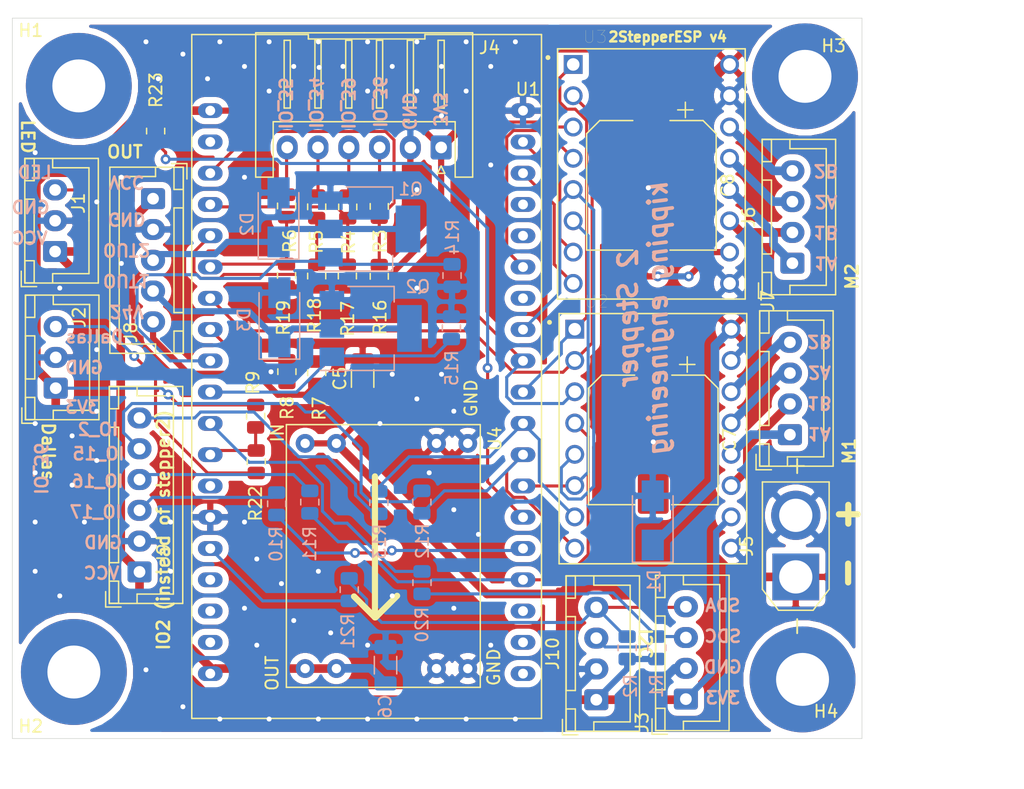
<source format=kicad_pcb>
(kicad_pcb (version 20171130) (host pcbnew "(5.1.9)-1")
  (layers (0 F.Cu signal) (31 B.Cu signal) (34 B.Paste user hide) (35 F.Paste user) (36 B.SilkS user hide) (37 F.SilkS user) (38 B.Mask user hide) (39 F.Mask user) (44 Edge.Cuts user))
  (net 0 "")
  (net 1 LED)
  (net 2 GND)
  (net 3 VCC)
  (net 4 Dallas)
  (net 5 +3V3)
  (net 6 SDA)
  (net 7 SDC)
  (net 8 "Net-(J4-Pad6)")
  (net 9 "Net-(J4-Pad5)")
  (net 10 "Net-(J4-Pad4)")
  (net 11 "Net-(J4-Pad3)")
  (net 12 +24V)
  (net 13 "Net-(J6-Pad4)")
  (net 14 "Net-(J6-Pad3)")
  (net 15 "Net-(J6-Pad2)")
  (net 16 "Net-(J6-Pad1)")
  (net 17 "Net-(J7-Pad4)")
  (net 18 "Net-(J7-Pad3)")
  (net 19 "Net-(J7-Pad2)")
  (net 20 "Net-(J7-Pad1)")
  (net 21 "Net-(U1-Pad20)")
  (net 22 "Net-(U1-Pad21)")
  (net 23 "Net-(U1-Pad17)")
  (net 24 "Net-(U1-Pad22)")
  (net 25 "Net-(U1-Pad16)")
  (net 26 "Net-(U1-Pad26)")
  (net 27 OUT1)
  (net 28 "Net-(U1-Pad29)")
  (net 29 "Net-(U1-Pad30)")
  (net 30 "Net-(U1-Pad31)")
  (net 31 "Net-(U1-Pad32)")
  (net 32 "Net-(U1-Pad33)")
  (net 33 "Net-(U1-Pad34)")
  (net 34 "Net-(U1-Pad35)")
  (net 35 "Net-(U1-Pad36)")
  (net 36 "Net-(U1-Pad2)")
  (net 37 "Net-(U1-Pad37)")
  (net 38 OUT2)
  (net 39 "Net-(U1-Pad18)")
  (net 40 "Net-(D2-Pad1)")
  (net 41 "Net-(D3-Pad1)")
  (net 42 V_SUP)
  (net 43 MOSI)
  (net 44 "Net-(J1-Pad3)")
  (net 45 "Net-(J2-Pad3)")
  (net 46 "Net-(J9-Pad6)")
  (net 47 "Net-(J9-Pad5)")
  (net 48 "Net-(J9-Pad4)")
  (net 49 "Net-(J9-Pad3)")
  (net 50 "Net-(R16-Pad2)")
  (net 51 "Net-(R17-Pad2)")
  (net 52 "Net-(R18-Pad2)")
  (net 53 "Net-(R19-Pad2)")
  (net 54 GPIO_2)
  (net 55 GPIO_15)
  (net 56 GPIO_16)
  (net 57 GPIO_17)
  (net 58 "Net-(U1-Pad13)")
  (net 59 "Net-(J10-Pad4)")
  (net 60 "Net-(J10-Pad3)")
  (module my_parts:DCDC_1A_module (layer F.Cu) (at 175.4 91.16 90)
    (fp_text reference U4 (at 8.5 7.8 90) (layer F.SilkS))
    (fp_text value DCDC_1A_Module)
    (fp_text user IN (at 8.98 -9.87 90) (layer F.SilkS))
    (fp_text user GND (at 11.8 5.85 90) (layer F.SilkS))
    (fp_text user GND (at -10.05 7.7 90) (layer F.SilkS))
    (fp_text user OUT (at -10.532 -10.302 90) (layer F.SilkS))
    (pad 3 thru_hole circle (at 8.128 3.048 90) (size 1.524 1.524) (drill 0.762) (layers *.Cu *.Mask) (net 2 GND))
    (pad 3 thru_hole circle (at 8.128 5.588 90) (size 1.524 1.524) (drill 0.762) (layers *.Cu *.Mask) (net 2 GND))
    (pad 3 thru_hole circle (at -10.16 5.588 90) (size 1.524 1.524) (drill 0.762) (layers *.Cu *.Mask) (net 2 GND))
    (pad 2 thru_hole circle (at -10.16 -5.08 90) (size 1.524 1.524) (drill 0.762) (layers *.Cu *.Mask) (net 3 VCC))
    (pad 1 thru_hole circle (at 8.128 -5.08 90) (size 1.524 1.524) (drill 0.762) (layers *.Cu *.Mask) (net 12 +24V))
    (pad 3 thru_hole circle (at -10.16 3.048 90) (size 1.524 1.524) (drill 0.762) (layers *.Cu *.Mask) (net 2 GND))
    (pad 2 thru_hole circle (at -10.16 -7.62 90) (size 1.524 1.524) (drill 0.762) (layers *.Cu *.Mask) (net 3 VCC))
    (pad 1 thru_hole circle (at 8.128 -7.62 90) (size 1.524 1.524) (drill 0.762) (layers *.Cu *.Mask) (net 12 +24V))
  )
  (module Connector_JST:JST_XH_B4B-XH-A_1x04_P2.50mm_Vertical (layer F.Cu) (at 191.425 103.85 90)
    (fp_text reference J10 (at 3.75 -3.55 90) (layer F.SilkS))
    (fp_text value I2C)
    (pad 4 thru_hole oval (at 7.5 0 90) (size 1.7 1.95) (drill 0.95) (layers *.Cu *.Mask) (net 59 "Net-(J10-Pad4)"))
    (pad 3 thru_hole oval (at 5 0 90) (size 1.7 1.95) (drill 0.95) (layers *.Cu *.Mask) (net 60 "Net-(J10-Pad3)"))
    (pad 2 thru_hole oval (at 2.5 0 90) (size 1.7 1.95) (drill 0.95) (layers *.Cu *.Mask) (net 2 GND))
    (pad 1 thru_hole roundrect (at 0 0 90) (size 1.7 1.95) (drill 0.95) (layers *.Cu *.Mask) (roundrect_rratio 0.147059) (net 5 +3V3))
  )
  (module Connector_JST:JST_XH_B6B-XH-A_1x06_P2.50mm_Vertical (layer F.Cu) (at 154.33 93.47 90)
    (fp_text reference J9 (at 1.45 1.96 90) (layer F.SilkS))
    (fp_text value INPUT)
    (pad 6 thru_hole oval (at 12.5 0 90) (size 1.7 1.95) (drill 0.95) (layers *.Cu *.Mask) (net 46 "Net-(J9-Pad6)"))
    (pad 5 thru_hole oval (at 10 0 90) (size 1.7 1.95) (drill 0.95) (layers *.Cu *.Mask) (net 47 "Net-(J9-Pad5)"))
    (pad 4 thru_hole oval (at 7.5 0 90) (size 1.7 1.95) (drill 0.95) (layers *.Cu *.Mask) (net 48 "Net-(J9-Pad4)"))
    (pad 3 thru_hole oval (at 5 0 90) (size 1.7 1.95) (drill 0.95) (layers *.Cu *.Mask) (net 49 "Net-(J9-Pad3)"))
    (pad 2 thru_hole oval (at 2.5 0 90) (size 1.7 1.95) (drill 0.95) (layers *.Cu *.Mask) (net 2 GND))
    (pad 1 thru_hole roundrect (at 0 0 90) (size 1.7 1.95) (drill 0.95) (layers *.Cu *.Mask) (roundrect_rratio 0.147059) (net 3 VCC))
  )
  (module Connector_AMASS:AMASS_XT30U-F_1x02_P5.0mm_Vertical (layer F.Cu) (at 207.625 93.875 90)
    (fp_text reference J5 (at 2.5 -4 90) (layer F.SilkS))
    (fp_text value POWER_IN)
    (fp_text user - (at -4 0 90) (layer F.SilkS) (effects (font (size 1.5 1.5))))
    (fp_text user + (at 9 0 90) (layer F.SilkS) (effects (font (size 1.5 1.5))))
    (pad 2 thru_hole circle (at 5 0 90) (size 4 4) (drill 2.7) (layers *.Cu *.Mask) (net 2 GND))
    (pad 1 thru_hole rect (at 0 0 90) (size 3.8 3.8) (drill 2.7) (layers *.Cu *.Mask) (net 12 +24V))
  )
  (module Resistor_SMD:R_0805_2012Metric (layer F.Cu) (at 155.64 57.67 270)
    (fp_text reference R23 (at -3.33 -0.02 90) (layer F.SilkS))
    (fp_text value 100)
    (pad 2 smd roundrect (at 0.9125 0 270) (size 1.025 1.4) (layers F.Cu F.Paste F.Mask) (roundrect_rratio 0.243902) (net 1 LED))
    (pad 1 smd roundrect (at -0.9125 0 270) (size 1.025 1.4) (layers F.Cu F.Paste F.Mask) (roundrect_rratio 0.243902) (net 44 "Net-(J1-Pad3)"))
  )
  (module Resistor_SMD:R_0805_2012Metric (layer F.Cu) (at 163.81 84.5225 90)
    (fp_text reference R22 (at -3.3975 -0.06 90) (layer F.SilkS))
    (fp_text value 100)
    (pad 2 smd roundrect (at 0.9125 0 90) (size 1.025 1.4) (layers F.Cu F.Paste F.Mask) (roundrect_rratio 0.243902) (net 4 Dallas))
    (pad 1 smd roundrect (at -0.9125 0 90) (size 1.025 1.4) (layers F.Cu F.Paste F.Mask) (roundrect_rratio 0.243902) (net 45 "Net-(J2-Pad3)"))
  )
  (module Resistor_SMD:R_0805_2012Metric (layer B.Cu) (at 171.36 94.91 270)
    (fp_text reference R21 (at 3.38 0.11 90) (layer B.SilkS) (effects (justify mirror)))
    (fp_text value 100)
    (pad 2 smd roundrect (at 0.9125 0 270) (size 1.025 1.4) (layers B.Cu B.Paste B.Mask) (roundrect_rratio 0.243902) (net 6 SDA))
    (pad 1 smd roundrect (at -0.9125 0 270) (size 1.025 1.4) (layers B.Cu B.Paste B.Mask) (roundrect_rratio 0.243902) (net 59 "Net-(J10-Pad4)"))
  )
  (module Resistor_SMD:R_0805_2012Metric (layer B.Cu) (at 177.27 94.3425 90)
    (fp_text reference R20 (at -3.42 0 90) (layer B.SilkS) (effects (justify mirror)))
    (fp_text value 100)
    (pad 2 smd roundrect (at 0.9125 0 90) (size 1.025 1.4) (layers B.Cu B.Paste B.Mask) (roundrect_rratio 0.243902) (net 7 SDC))
    (pad 1 smd roundrect (at -0.9125 0 90) (size 1.025 1.4) (layers B.Cu B.Paste B.Mask) (roundrect_rratio 0.243902) (net 60 "Net-(J10-Pad3)"))
  )
  (module Resistor_SMD:R_0805_2012Metric (layer F.Cu) (at 166.27 69.3875 90)
    (fp_text reference R19 (at -3.4475 -0.25 90) (layer F.SilkS))
    (fp_text value 4k7)
    (pad 2 smd roundrect (at 0.9125 0 90) (size 1.025 1.4) (layers F.Cu F.Paste F.Mask) (roundrect_rratio 0.243902) (net 53 "Net-(R19-Pad2)"))
    (pad 1 smd roundrect (at -0.9125 0 90) (size 1.025 1.4) (layers F.Cu F.Paste F.Mask) (roundrect_rratio 0.243902) (net 5 +3V3))
  )
  (module Resistor_SMD:R_0805_2012Metric (layer F.Cu) (at 168.72 69.4425 90)
    (fp_text reference R18 (at -3.21 -0.18 90) (layer F.SilkS))
    (fp_text value 4k7)
    (pad 2 smd roundrect (at 0.9125 0 90) (size 1.025 1.4) (layers F.Cu F.Paste F.Mask) (roundrect_rratio 0.243902) (net 52 "Net-(R18-Pad2)"))
    (pad 1 smd roundrect (at -0.9125 0 90) (size 1.025 1.4) (layers F.Cu F.Paste F.Mask) (roundrect_rratio 0.243902) (net 5 +3V3))
  )
  (module Resistor_SMD:R_0805_2012Metric (layer F.Cu) (at 171.21 69.4425 90)
    (fp_text reference R17 (at -3.4725 0.03 90) (layer F.SilkS))
    (fp_text value 4k7)
    (pad 2 smd roundrect (at 0.9125 0 90) (size 1.025 1.4) (layers F.Cu F.Paste F.Mask) (roundrect_rratio 0.243902) (net 51 "Net-(R17-Pad2)"))
    (pad 1 smd roundrect (at -0.9125 0 90) (size 1.025 1.4) (layers F.Cu F.Paste F.Mask) (roundrect_rratio 0.243902) (net 5 +3V3))
  )
  (module Resistor_SMD:R_0805_2012Metric (layer F.Cu) (at 173.8 69.47 90)
    (fp_text reference R16 (at -3.325 0.0625 90) (layer F.SilkS))
    (fp_text value 4k7)
    (pad 2 smd roundrect (at 0.9125 0 90) (size 1.025 1.4) (layers F.Cu F.Paste F.Mask) (roundrect_rratio 0.243902) (net 50 "Net-(R16-Pad2)"))
    (pad 1 smd roundrect (at -0.9125 0 90) (size 1.025 1.4) (layers F.Cu F.Paste F.Mask) (roundrect_rratio 0.243902) (net 5 +3V3))
  )
  (module Resistor_SMD:R_0805_2012Metric (layer B.Cu) (at 179.66 73.6425 90)
    (fp_text reference R15 (at -3.2775 0.03 90) (layer B.SilkS) (effects (justify mirror)))
    (fp_text value 4k7)
    (pad 2 smd roundrect (at 0.9125 0 90) (size 1.025 1.4) (layers B.Cu B.Paste B.Mask) (roundrect_rratio 0.243902) (net 2 GND))
    (pad 1 smd roundrect (at -0.9125 0 90) (size 1.025 1.4) (layers B.Cu B.Paste B.Mask) (roundrect_rratio 0.243902) (net 27 OUT1))
  )
  (module Resistor_SMD:R_0805_2012Metric (layer B.Cu) (at 179.71 69.4025 270)
    (fp_text reference R14 (at -3.1125 -0.04 90) (layer B.SilkS) (effects (justify mirror)))
    (fp_text value 4k7)
    (pad 2 smd roundrect (at 0.9125 0 270) (size 1.025 1.4) (layers B.Cu B.Paste B.Mask) (roundrect_rratio 0.243902) (net 2 GND))
    (pad 1 smd roundrect (at -0.9125 0 270) (size 1.025 1.4) (layers B.Cu B.Paste B.Mask) (roundrect_rratio 0.243902) (net 38 OUT2))
  )
  (module Resistor_SMD:R_0805_2012Metric (layer B.Cu) (at 173.77 87.8425 90)
    (fp_text reference R13 (at -3.1675 0.06 90) (layer B.SilkS) (effects (justify mirror)))
    (fp_text value 100)
    (pad 2 smd roundrect (at 0.9125 0 90) (size 1.025 1.4) (layers B.Cu B.Paste B.Mask) (roundrect_rratio 0.243902) (net 57 GPIO_17))
    (pad 1 smd roundrect (at -0.9125 0 90) (size 1.025 1.4) (layers B.Cu B.Paste B.Mask) (roundrect_rratio 0.243902) (net 46 "Net-(J9-Pad6)"))
  )
  (module Resistor_SMD:R_0805_2012Metric (layer B.Cu) (at 177.26 87.8 270)
    (fp_text reference R12 (at 3.17 -0.05 90) (layer B.SilkS) (effects (justify mirror)))
    (fp_text value 100)
    (pad 2 smd roundrect (at 0.9125 0 270) (size 1.025 1.4) (layers B.Cu B.Paste B.Mask) (roundrect_rratio 0.243902) (net 56 GPIO_16))
    (pad 1 smd roundrect (at -0.9125 0 270) (size 1.025 1.4) (layers B.Cu B.Paste B.Mask) (roundrect_rratio 0.243902) (net 47 "Net-(J9-Pad5)"))
  )
  (module Resistor_SMD:R_0805_2012Metric (layer B.Cu) (at 168.16 87.8025 270)
    (fp_text reference R11 (at 3.3875 0 90) (layer B.SilkS) (effects (justify mirror)))
    (fp_text value 100)
    (pad 2 smd roundrect (at 0.9125 0 270) (size 1.025 1.4) (layers B.Cu B.Paste B.Mask) (roundrect_rratio 0.243902) (net 55 GPIO_15))
    (pad 1 smd roundrect (at -0.9125 0 270) (size 1.025 1.4) (layers B.Cu B.Paste B.Mask) (roundrect_rratio 0.243902) (net 48 "Net-(J9-Pad4)"))
  )
  (module Resistor_SMD:R_0805_2012Metric (layer B.Cu) (at 165.47 87.9375 270)
    (fp_text reference R10 (at 3.2725 0.06 90) (layer B.SilkS) (effects (justify mirror)))
    (fp_text value 100)
    (pad 2 smd roundrect (at 0.9125 0 270) (size 1.025 1.4) (layers B.Cu B.Paste B.Mask) (roundrect_rratio 0.243902) (net 54 GPIO_2))
    (pad 1 smd roundrect (at -0.9125 0 270) (size 1.025 1.4) (layers B.Cu B.Paste B.Mask) (roundrect_rratio 0.243902) (net 49 "Net-(J9-Pad3)"))
  )
  (module Resistor_SMD:R_0805_2012Metric (layer F.Cu) (at 163.76 80.8225 270)
    (fp_text reference R9 (at -2.7225 0.22 90) (layer F.SilkS))
    (fp_text value 4k7)
    (pad 2 smd roundrect (at 0.9125 0 270) (size 1.025 1.4) (layers F.Cu F.Paste F.Mask) (roundrect_rratio 0.243902) (net 4 Dallas))
    (pad 1 smd roundrect (at -0.9125 0 270) (size 1.025 1.4) (layers F.Cu F.Paste F.Mask) (roundrect_rratio 0.243902) (net 5 +3V3))
  )
  (module Resistor_SMD:R_0805_2012Metric (layer F.Cu) (at 166.3 77.2075 90)
    (fp_text reference R8 (at -2.9425 0.02 90) (layer F.SilkS))
    (fp_text value 10k)
    (pad 2 smd roundrect (at 0.9125 0 90) (size 1.025 1.4) (layers F.Cu F.Paste F.Mask) (roundrect_rratio 0.243902) (net 42 V_SUP))
    (pad 1 smd roundrect (at -0.9125 0 90) (size 1.025 1.4) (layers F.Cu F.Paste F.Mask) (roundrect_rratio 0.243902) (net 2 GND))
  )
  (module Resistor_SMD:R_0805_2012Metric (layer F.Cu) (at 168.72 77.2975 270)
    (fp_text reference R7 (at 2.9025 -0.2 90) (layer F.SilkS))
    (fp_text value 100k)
    (pad 2 smd roundrect (at 0.9125 0 270) (size 1.025 1.4) (layers F.Cu F.Paste F.Mask) (roundrect_rratio 0.243902) (net 12 +24V))
    (pad 1 smd roundrect (at -0.9125 0 270) (size 1.025 1.4) (layers F.Cu F.Paste F.Mask) (roundrect_rratio 0.243902) (net 42 V_SUP))
  )
  (module Resistor_SMD:R_0805_2012Metric (layer F.Cu) (at 166.275 63.75 270)
    (fp_text reference R6 (at 2.84 -0.255 90) (layer F.SilkS))
    (fp_text value 100)
    (pad 2 smd roundrect (at 0.9125 0 270) (size 1.025 1.4) (layers F.Cu F.Paste F.Mask) (roundrect_rratio 0.243902) (net 53 "Net-(R19-Pad2)"))
    (pad 1 smd roundrect (at -0.9125 0 270) (size 1.025 1.4) (layers F.Cu F.Paste F.Mask) (roundrect_rratio 0.243902) (net 8 "Net-(J4-Pad6)"))
  )
  (module Resistor_SMD:R_0805_2012Metric (layer F.Cu) (at 168.72 63.82 270)
    (fp_text reference R5 (at 2.84 0.03 90) (layer F.SilkS))
    (fp_text value 100)
    (pad 2 smd roundrect (at 0.9125 0 270) (size 1.025 1.4) (layers F.Cu F.Paste F.Mask) (roundrect_rratio 0.243902) (net 52 "Net-(R18-Pad2)"))
    (pad 1 smd roundrect (at -0.9125 0 270) (size 1.025 1.4) (layers F.Cu F.Paste F.Mask) (roundrect_rratio 0.243902) (net 9 "Net-(J4-Pad5)"))
  )
  (module Resistor_SMD:R_0805_2012Metric (layer F.Cu) (at 171.24 63.8325 270)
    (fp_text reference R4 (at 2.8675 -0.07 90) (layer F.SilkS))
    (fp_text value 100)
    (pad 2 smd roundrect (at 0.9125 0 270) (size 1.025 1.4) (layers F.Cu F.Paste F.Mask) (roundrect_rratio 0.243902) (net 51 "Net-(R17-Pad2)"))
    (pad 1 smd roundrect (at -0.9125 0 270) (size 1.025 1.4) (layers F.Cu F.Paste F.Mask) (roundrect_rratio 0.243902) (net 10 "Net-(J4-Pad4)"))
  )
  (module Resistor_SMD:R_0805_2012Metric (layer F.Cu) (at 173.8 63.7875 270)
    (fp_text reference R3 (at 2.8325 -0.07 90) (layer F.SilkS))
    (fp_text value 100)
    (pad 2 smd roundrect (at 0.9125 0 270) (size 1.025 1.4) (layers F.Cu F.Paste F.Mask) (roundrect_rratio 0.243902) (net 50 "Net-(R16-Pad2)"))
    (pad 1 smd roundrect (at -0.9125 0 270) (size 1.025 1.4) (layers F.Cu F.Paste F.Mask) (roundrect_rratio 0.243902) (net 11 "Net-(J4-Pad3)"))
  )
  (module Resistor_SMD:R_0805_2012Metric (layer B.Cu) (at 193.93 99.6375 270)
    (fp_text reference R2 (at 3.1025 -0.27 90) (layer B.SilkS) (effects (justify mirror)))
    (fp_text value 4k7)
    (pad 2 smd roundrect (at 0.9125 0 270) (size 1.025 1.4) (layers B.Cu B.Paste B.Mask) (roundrect_rratio 0.243902) (net 5 +3V3))
    (pad 1 smd roundrect (at -0.9125 0 270) (size 1.025 1.4) (layers B.Cu B.Paste B.Mask) (roundrect_rratio 0.243902) (net 59 "Net-(J10-Pad4)"))
  )
  (module Resistor_SMD:R_0805_2012Metric (layer B.Cu) (at 196.34 99.6325 270)
    (fp_text reference R1 (at 3.1125 0.025 270) (layer B.SilkS) (effects (justify mirror)))
    (fp_text value 4k7)
    (pad 2 smd roundrect (at 0.9125 0 270) (size 1.025 1.4) (layers B.Cu B.Paste B.Mask) (roundrect_rratio 0.243902) (net 5 +3V3))
    (pad 1 smd roundrect (at -0.9125 0 270) (size 1.025 1.4) (layers B.Cu B.Paste B.Mask) (roundrect_rratio 0.243902) (net 60 "Net-(J10-Pad3)"))
  )
  (module Package_TO_SOT_SMD:SOT-223-3_TabPin2 (layer B.Cu) (at 173.1 73.7)
    (fp_text reference Q2 (at 3.83 -3.4) (layer B.SilkS) (effects (justify mirror)))
    (fp_text value BUK7880-55A)
    (pad 1 smd rect (at -3.15 2.3) (size 2 1.5) (layers B.Cu B.Paste B.Mask) (net 27 OUT1))
    (pad 3 smd rect (at -3.15 -2.3) (size 2 1.5) (layers B.Cu B.Paste B.Mask) (net 2 GND))
    (pad 2 smd rect (at -3.15 0) (size 2 1.5) (layers B.Cu B.Paste B.Mask) (net 41 "Net-(D3-Pad1)"))
    (pad 2 smd rect (at 3.15 0) (size 2 3.8) (layers B.Cu B.Paste B.Mask) (net 41 "Net-(D3-Pad1)"))
  )
  (module Package_TO_SOT_SMD:SOT-223-3_TabPin2 (layer B.Cu) (at 172.98 65.62)
    (fp_text reference Q1 (at 3.37 -3.24) (layer B.SilkS) (effects (justify mirror)))
    (fp_text value BUK7880-55A)
    (pad 1 smd rect (at -3.15 2.3) (size 2 1.5) (layers B.Cu B.Paste B.Mask) (net 38 OUT2))
    (pad 3 smd rect (at -3.15 -2.3) (size 2 1.5) (layers B.Cu B.Paste B.Mask) (net 2 GND))
    (pad 2 smd rect (at -3.15 0) (size 2 1.5) (layers B.Cu B.Paste B.Mask) (net 40 "Net-(D2-Pad1)"))
    (pad 2 smd rect (at 3.15 0) (size 2 3.8) (layers B.Cu B.Paste B.Mask) (net 40 "Net-(D2-Pad1)"))
  )
  (module Connector_JST:JST_XH_B4B-XH-A_1x04_P2.50mm_Vertical (layer F.Cu) (at 207.35 68.4 90)
    (fp_text reference J6 (at 3.75 -3.55 90) (layer F.SilkS))
    (fp_text value MOTOR)
    (pad 4 thru_hole oval (at 7.5 0 90) (size 1.7 1.95) (drill 0.95) (layers *.Cu *.Mask) (net 13 "Net-(J6-Pad4)"))
    (pad 3 thru_hole oval (at 5 0 90) (size 1.7 1.95) (drill 0.95) (layers *.Cu *.Mask) (net 14 "Net-(J6-Pad3)"))
    (pad 2 thru_hole oval (at 2.5 0 90) (size 1.7 1.95) (drill 0.95) (layers *.Cu *.Mask) (net 15 "Net-(J6-Pad2)"))
    (pad 1 thru_hole roundrect (at 0 0 90) (size 1.7 1.95) (drill 0.95) (layers *.Cu *.Mask) (roundrect_rratio 0.147059) (net 16 "Net-(J6-Pad1)"))
  )
  (module Connector_JST:JST_XH_B3B-XH-A_1x03_P2.50mm_Vertical (layer F.Cu) (at 147.525 78.55 90)
    (fp_text reference J2 (at 5.76 1.905 90) (layer F.SilkS))
    (fp_text value Dallas)
    (pad 3 thru_hole oval (at 5 0 90) (size 1.7 1.95) (drill 0.95) (layers *.Cu *.Mask) (net 45 "Net-(J2-Pad3)"))
    (pad 2 thru_hole oval (at 2.5 0 90) (size 1.7 1.95) (drill 0.95) (layers *.Cu *.Mask) (net 2 GND))
    (pad 1 thru_hole roundrect (at 0 0 90) (size 1.7 1.95) (drill 0.95) (layers *.Cu *.Mask) (roundrect_rratio 0.147059) (net 5 +3V3))
  )
  (module Diode_SMD:D_SMA (layer B.Cu) (at 165.69 72.79 90)
    (fp_text reference D3 (at -0.21 -2.87 90) (layer B.SilkS) (effects (justify mirror)))
    (fp_text value US2GA)
    (pad 2 smd rect (at 2 0 90) (size 2.5 1.8) (layers B.Cu B.Paste B.Mask) (net 2 GND))
    (pad 1 smd rect (at -2 0 90) (size 2.5 1.8) (layers B.Cu B.Paste B.Mask) (net 41 "Net-(D3-Pad1)"))
  )
  (module Diode_SMD:D_SMA (layer B.Cu) (at 165.62 64.67 90)
    (fp_text reference D2 (at -0.56 -2.56 90) (layer B.SilkS) (effects (justify mirror)))
    (fp_text value US2GA)
    (pad 2 smd rect (at 2 0 90) (size 2.5 1.8) (layers B.Cu B.Paste B.Mask) (net 2 GND))
    (pad 1 smd rect (at -2 0 90) (size 2.5 1.8) (layers B.Cu B.Paste B.Mask) (net 40 "Net-(D2-Pad1)"))
  )
  (module Diode_SMD:D_SMA (layer B.Cu) (at 196.01 89.29 90)
    (fp_text reference D1 (at -4.95 0.11 90) (layer B.SilkS) (effects (justify mirror)))
    (fp_text value US2GA)
    (pad 2 smd rect (at 2 0 90) (size 2.5 1.8) (layers B.Cu B.Paste B.Mask) (net 2 GND))
    (pad 1 smd rect (at -2 0 90) (size 2.5 1.8) (layers B.Cu B.Paste B.Mask) (net 12 +24V))
  )
  (module Capacitor_SMD:CP_Elec_10x10 (layer F.Cu) (at 195.9 62.075 270)
    (fp_text reference C8 (at 0 -6.2 90) (layer F.SilkS))
    (fp_text value 100µ)
    (pad 2 smd roundrect (at 4 0 270) (size 4 2.5) (layers F.Cu F.Paste F.Mask) (roundrect_rratio 0.1) (net 2 GND))
    (pad 1 smd roundrect (at -4 0 270) (size 4 2.5) (layers F.Cu F.Paste F.Mask) (roundrect_rratio 0.1) (net 12 +24V))
  )
  (module Capacitor_SMD:CP_Elec_10x10 (layer F.Cu) (at 196.05 82.75 270)
    (fp_text reference C7 (at 0 -6.2 90) (layer F.SilkS))
    (fp_text value 100µ)
    (pad 2 smd roundrect (at 4 0 270) (size 4 2.5) (layers F.Cu F.Paste F.Mask) (roundrect_rratio 0.1) (net 2 GND))
    (pad 1 smd roundrect (at -4 0 270) (size 4 2.5) (layers F.Cu F.Paste F.Mask) (roundrect_rratio 0.1) (net 12 +24V))
  )
  (module Capacitor_SMD:C_1206_3216Metric (layer B.Cu) (at 174.31 101.045 90)
    (fp_text reference C6 (at -3.355 -0.03 90) (layer B.SilkS) (effects (justify mirror)))
    (fp_text value 100µ)
    (pad 2 smd roundrect (at 1.475 0 90) (size 1.15 1.8) (layers B.Cu B.Paste B.Mask) (roundrect_rratio 0.217391) (net 2 GND))
    (pad 1 smd roundrect (at -1.475 0 90) (size 1.15 1.8) (layers B.Cu B.Paste B.Mask) (roundrect_rratio 0.217391) (net 3 VCC))
  )
  (module Capacitor_SMD:C_1206_3216Metric (layer F.Cu) (at 172.45 77.765 90)
    (fp_text reference C5 (at 0 -1.85 90) (layer F.SilkS))
    (fp_text value 100µ)
    (pad 2 smd roundrect (at 1.475 0 90) (size 1.15 1.8) (layers F.Cu F.Paste F.Mask) (roundrect_rratio 0.217391) (net 2 GND))
    (pad 1 smd roundrect (at -1.475 0 90) (size 1.15 1.8) (layers F.Cu F.Paste F.Mask) (roundrect_rratio 0.217391) (net 12 +24V))
  )
  (module my_parts:ESP32_NODEMCU (layer F.Cu) (at 172.775 78.87 270)
    (fp_text reference U1 (at -24.6 -13.1) (layer F.SilkS))
    (fp_text value NodeMCU32)
    (pad 19 thru_hole oval (at 22.86 12.7 270) (size 1.2 2) (drill 0.8) (layers *.Cu *.Mask) (net 3 VCC))
    (pad 20 thru_hole oval (at 22.86 -12.7 270) (size 1.2 2) (drill 0.8) (layers *.Cu *.Mask) (net 21 "Net-(U1-Pad20)"))
    (pad 18 thru_hole oval (at 20.32 12.7 270) (size 1.2 2) (drill 0.8) (layers *.Cu *.Mask) (net 39 "Net-(U1-Pad18)"))
    (pad 21 thru_hole oval (at 20.32 -12.7 270) (size 1.2 2) (drill 0.8) (layers *.Cu *.Mask) (net 22 "Net-(U1-Pad21)"))
    (pad 17 thru_hole oval (at 17.78 12.7 270) (size 1.2 2) (drill 0.8) (layers *.Cu *.Mask) (net 23 "Net-(U1-Pad17)"))
    (pad 22 thru_hole oval (at 17.78 -12.7 270) (size 1.2 2) (drill 0.8) (layers *.Cu *.Mask) (net 24 "Net-(U1-Pad22)"))
    (pad 16 thru_hole oval (at 15.24 12.7 270) (size 1.2 2) (drill 0.8) (layers *.Cu *.Mask) (net 25 "Net-(U1-Pad16)"))
    (pad 23 thru_hole oval (at 15.24 -12.7 270) (size 1.2 2) (drill 0.8) (layers *.Cu *.Mask) (net 55 GPIO_15))
    (pad 15 thru_hole oval (at 12.7 12.7 270) (size 1.2 2) (drill 0.8) (layers *.Cu *.Mask) (net 6 SDA))
    (pad 24 thru_hole oval (at 12.7 -12.7 270) (size 1.2 2) (drill 0.8) (layers *.Cu *.Mask) (net 54 GPIO_2))
    (pad 14 thru_hole oval (at 10.16 12.7 270) (size 1.2 2) (drill 0.8) (layers *.Cu *.Mask) (net 2 GND))
    (pad 25 thru_hole oval (at 10.16 -12.7 270) (size 1.2 2) (drill 0.8) (layers *.Cu *.Mask) (net 1 LED))
    (pad 13 thru_hole oval (at 7.62 12.7 270) (size 1.2 2) (drill 0.8) (layers *.Cu *.Mask) (net 58 "Net-(U1-Pad13)"))
    (pad 26 thru_hole oval (at 7.62 -12.7 270) (size 1.2 2) (drill 0.8) (layers *.Cu *.Mask) (net 26 "Net-(U1-Pad26)"))
    (pad 12 thru_hole oval (at 5.08 12.7 270) (size 1.2 2) (drill 0.8) (layers *.Cu *.Mask) (net 4 Dallas))
    (pad 27 thru_hole oval (at 5.08 -12.7 270) (size 1.2 2) (drill 0.8) (layers *.Cu *.Mask) (net 56 GPIO_16))
    (pad 11 thru_hole oval (at 2.54 12.7 270) (size 1.2 2) (drill 0.8) (layers *.Cu *.Mask) (net 7 SDC))
    (pad 28 thru_hole oval (at 2.54 -12.7 270) (size 1.2 2) (drill 0.8) (layers *.Cu *.Mask) (net 57 GPIO_17))
    (pad 10 thru_hole oval (at 0 12.7 270) (size 1.2 2) (drill 0.8) (layers *.Cu *.Mask) (net 27 OUT1))
    (pad 29 thru_hole oval (at 0 -12.7 270) (size 1.2 2) (drill 0.8) (layers *.Cu *.Mask) (net 28 "Net-(U1-Pad29)"))
    (pad 9 thru_hole oval (at -2.54 12.7 270) (size 1.2 2) (drill 0.8) (layers *.Cu *.Mask) (net 38 OUT2))
    (pad 30 thru_hole oval (at -2.54 -12.7 270) (size 1.2 2) (drill 0.8) (layers *.Cu *.Mask) (net 29 "Net-(U1-Pad30)"))
    (pad 8 thru_hole oval (at -5.08 12.7 270) (size 1.2 2) (drill 0.8) (layers *.Cu *.Mask) (net 42 V_SUP))
    (pad 31 thru_hole oval (at -5.08 -12.7 270) (size 1.2 2) (drill 0.8) (layers *.Cu *.Mask) (net 30 "Net-(U1-Pad31)"))
    (pad 7 thru_hole oval (at -7.62 12.7 270) (size 1.2 2) (drill 0.8) (layers *.Cu *.Mask) (net 43 MOSI))
    (pad 32 thru_hole oval (at -7.62 -12.7 270) (size 1.2 2) (drill 0.8) (layers *.Cu *.Mask) (net 31 "Net-(U1-Pad32)"))
    (pad 6 thru_hole oval (at -10.16 12.7 270) (size 1.2 2) (drill 0.8) (layers *.Cu *.Mask) (net 53 "Net-(R19-Pad2)"))
    (pad 33 thru_hole oval (at -10.16 -12.7 270) (size 1.2 2) (drill 0.8) (layers *.Cu *.Mask) (net 32 "Net-(U1-Pad33)"))
    (pad 5 thru_hole oval (at -12.7 12.7 270) (size 1.2 2) (drill 0.8) (layers *.Cu *.Mask) (net 52 "Net-(R18-Pad2)"))
    (pad 34 thru_hole oval (at -12.7 -12.7 270) (size 1.2 2) (drill 0.8) (layers *.Cu *.Mask) (net 33 "Net-(U1-Pad34)"))
    (pad 4 thru_hole oval (at -15.24 12.7 270) (size 1.2 2) (drill 0.8) (layers *.Cu *.Mask) (net 51 "Net-(R17-Pad2)"))
    (pad 35 thru_hole oval (at -15.24 -12.7 270) (size 1.2 2) (drill 0.8) (layers *.Cu *.Mask) (net 34 "Net-(U1-Pad35)"))
    (pad 3 thru_hole oval (at -17.78 12.7 270) (size 1.2 2) (drill 0.8) (layers *.Cu *.Mask) (net 50 "Net-(R16-Pad2)"))
    (pad 36 thru_hole oval (at -17.78 -12.7 270) (size 1.2 2) (drill 0.8) (layers *.Cu *.Mask) (net 35 "Net-(U1-Pad36)"))
    (pad 2 thru_hole oval (at -20.32 12.7 270) (size 1.2 2) (drill 0.8) (layers *.Cu *.Mask) (net 36 "Net-(U1-Pad2)"))
    (pad 37 thru_hole oval (at -20.32 -12.7 270) (size 1.2 2) (drill 0.8) (layers *.Cu *.Mask) (net 37 "Net-(U1-Pad37)"))
    (pad 1 thru_hole oval (at -22.86 12.7 270) (size 1.2 2) (drill 0.8) (layers *.Cu *.Mask) (net 5 +3V3))
    (pad 38 thru_hole oval (at -22.86 -12.7 270) (size 1.2 2) (drill 0.8) (layers *.Cu *.Mask) (net 2 GND))
  )
  (module MountingHole:MountingHole_4.3mm_M4_Pad (layer F.Cu) (at 208.175 102.2)
    (fp_text reference H4 (at 1.9 2.6) (layer F.SilkS))
    (fp_text value MountingHole)
    (pad 1 thru_hole circle (at 0 0) (size 8.6 8.6) (drill 4.3) (layers *.Cu *.Mask))
  )
  (module Connector_JST:JST_XH_B5B-XH-A_1x05_P2.50mm_Vertical (layer F.Cu) (at 155.43 63.16 270)
    (fp_text reference J8 (at 10.86 1.81 90) (layer F.SilkS))
    (fp_text value OUT_IO)
    (pad 5 thru_hole oval (at 10 0 270) (size 1.7 1.95) (drill 0.95) (layers *.Cu *.Mask) (net 12 +24V))
    (pad 4 thru_hole oval (at 7.5 0 270) (size 1.7 1.95) (drill 0.95) (layers *.Cu *.Mask) (net 41 "Net-(D3-Pad1)"))
    (pad 3 thru_hole oval (at 5 0 270) (size 1.7 1.95) (drill 0.95) (layers *.Cu *.Mask) (net 40 "Net-(D2-Pad1)"))
    (pad 2 thru_hole oval (at 2.5 0 270) (size 1.7 1.95) (drill 0.95) (layers *.Cu *.Mask) (net 2 GND))
    (pad 1 thru_hole roundrect (at 0 0 270) (size 1.7 1.95) (drill 0.95) (layers *.Cu *.Mask) (roundrect_rratio 0.1470588235294118) (net 3 VCC))
  )
  (module Connector_JST:JST_XH_S6B-XH-A_1x06_P2.50mm_Horizontal (layer F.Cu) (at 178.825 59 180)
    (fp_text reference J4 (at -3.925 8.1) (layer F.SilkS))
    (fp_text value INPUT)
    (pad 6 thru_hole oval (at 12.5 0 180) (size 1.7 1.95) (drill 0.95) (layers *.Cu *.Mask) (net 8 "Net-(J4-Pad6)"))
    (pad 5 thru_hole oval (at 10 0 180) (size 1.7 1.95) (drill 0.95) (layers *.Cu *.Mask) (net 9 "Net-(J4-Pad5)"))
    (pad 4 thru_hole oval (at 7.5 0 180) (size 1.7 1.95) (drill 0.95) (layers *.Cu *.Mask) (net 10 "Net-(J4-Pad4)"))
    (pad 3 thru_hole oval (at 5 0 180) (size 1.7 1.95) (drill 0.95) (layers *.Cu *.Mask) (net 11 "Net-(J4-Pad3)"))
    (pad 2 thru_hole oval (at 2.5 0 180) (size 1.7 1.95) (drill 0.95) (layers *.Cu *.Mask) (net 2 GND))
    (pad 1 thru_hole roundrect (at 0 0 180) (size 1.7 1.95) (drill 0.95) (layers *.Cu *.Mask) (roundrect_rratio 0.1470588235294118) (net 5 +3V3))
  )
  (module MountingHole:MountingHole_4.3mm_M4_Pad (layer F.Cu) (at 208.375 53.225)
    (fp_text reference H3 (at 2.325 -2.475) (layer F.SilkS))
    (fp_text value MountingHole)
    (pad 1 thru_hole circle (at 0 0) (size 8.6 8.6) (drill 4.3) (layers *.Cu *.Mask))
  )
  (module MountingHole:MountingHole_4.3mm_M4_Pad (layer F.Cu) (at 149 101.6)
    (fp_text reference H2 (at -3.5 4.4) (layer F.SilkS))
    (fp_text value MountingHole)
    (pad 1 thru_hole circle (at 0 0) (size 8.6 8.6) (drill 4.3) (layers *.Cu *.Mask))
  )
  (module MountingHole:MountingHole_4.3mm_M4_Pad (layer F.Cu) (at 149.4 54)
    (fp_text reference H1 (at -3.9 -4.5) (layer F.SilkS))
    (fp_text value MountingHole)
    (pad 1 thru_hole circle (at 0 0) (size 8.6 8.6) (drill 4.3) (layers *.Cu *.Mask))
  )
  (module my_parts:MODULE_A4988_TMC2130_STEPPER (layer F.Cu) (at 195.9 61.15)
    (fp_text reference U3 (at -4.575 -11.135) (layer F.SilkS) (effects (font (thickness 0.015))))
    (fp_text value A4988_TMC2130fysetc_STEPPER)
    (pad 1 thru_hole rect (at -6.35 -8.89) (size 1.53 1.53) (drill 1.02) (layers *.Cu *.Mask) (net 28 "Net-(U1-Pad29)"))
    (pad 2 thru_hole circle (at -6.35 -6.35) (size 1.53 1.53) (drill 1.02) (layers *.Cu *.Mask) (net 43 MOSI))
    (pad 3 thru_hole circle (at -6.35 -3.81) (size 1.53 1.53) (drill 1.02) (layers *.Cu *.Mask) (net 29 "Net-(U1-Pad30)"))
    (pad 4 thru_hole circle (at -6.35 -1.27) (size 1.53 1.53) (drill 1.02) (layers *.Cu *.Mask) (net 32 "Net-(U1-Pad33)"))
    (pad 5 thru_hole circle (at -6.35 1.27) (size 1.53 1.53) (drill 1.02) (layers *.Cu *.Mask) (net 30 "Net-(U1-Pad31)"))
    (pad 6 thru_hole circle (at -6.35 3.81) (size 1.53 1.53) (drill 1.02) (layers *.Cu *.Mask) (net 26 "Net-(U1-Pad26)"))
    (pad 7 thru_hole circle (at -6.35 6.35) (size 1.53 1.53) (drill 1.02) (layers *.Cu *.Mask) (net 37 "Net-(U1-Pad37)"))
    (pad 8 thru_hole circle (at -6.35 8.89) (size 1.53 1.53) (drill 1.02) (layers *.Cu *.Mask) (net 35 "Net-(U1-Pad36)"))
    (pad 9 thru_hole circle (at 6.35 8.89) (size 1.53 1.53) (drill 1.02) (layers *.Cu *.Mask) (net 2 GND))
    (pad 10 thru_hole circle (at 6.35 6.35) (size 1.53 1.53) (drill 1.02) (layers *.Cu *.Mask) (net 5 +3V3))
    (pad 11 thru_hole circle (at 6.35 3.81) (size 1.53 1.53) (drill 1.02) (layers *.Cu *.Mask) (net 15 "Net-(J6-Pad2)"))
    (pad 12 thru_hole circle (at 6.35 1.27) (size 1.53 1.53) (drill 1.02) (layers *.Cu *.Mask) (net 16 "Net-(J6-Pad1)"))
    (pad 13 thru_hole circle (at 6.35 -1.27) (size 1.53 1.53) (drill 1.02) (layers *.Cu *.Mask) (net 14 "Net-(J6-Pad3)"))
    (pad 14 thru_hole circle (at 6.35 -3.81) (size 1.53 1.53) (drill 1.02) (layers *.Cu *.Mask) (net 13 "Net-(J6-Pad4)"))
    (pad 15 thru_hole circle (at 6.35 -6.35) (size 1.53 1.53) (drill 1.02) (layers *.Cu *.Mask) (net 2 GND))
    (pad 16 thru_hole circle (at 6.35 -8.89) (size 1.53 1.53) (drill 1.02) (layers *.Cu *.Mask) (net 12 +24V))
  )
  (module my_parts:MODULE_A4988_TMC2130_STEPPER (layer F.Cu) (at 196.025 82.65)
    (fp_text reference U2 (at -4.575 -11.135) (layer F.SilkS) (effects (font (thickness 0.015))))
    (fp_text value A4988_TMC2130fysetc_STEPPER)
    (pad 1 thru_hole rect (at -6.35 -8.89) (size 1.53 1.53) (drill 1.02) (layers *.Cu *.Mask) (net 28 "Net-(U1-Pad29)"))
    (pad 2 thru_hole circle (at -6.35 -6.35) (size 1.53 1.53) (drill 1.02) (layers *.Cu *.Mask) (net 43 MOSI))
    (pad 3 thru_hole circle (at -6.35 -3.81) (size 1.53 1.53) (drill 1.02) (layers *.Cu *.Mask) (net 29 "Net-(U1-Pad30)"))
    (pad 4 thru_hole circle (at -6.35 -1.27) (size 1.53 1.53) (drill 1.02) (layers *.Cu *.Mask) (net 55 GPIO_15))
    (pad 5 thru_hole circle (at -6.35 1.27) (size 1.53 1.53) (drill 1.02) (layers *.Cu *.Mask) (net 30 "Net-(U1-Pad31)"))
    (pad 6 thru_hole circle (at -6.35 3.81) (size 1.53 1.53) (drill 1.02) (layers *.Cu *.Mask) (net 26 "Net-(U1-Pad26)"))
    (pad 7 thru_hole circle (at -6.35 6.35) (size 1.53 1.53) (drill 1.02) (layers *.Cu *.Mask) (net 57 GPIO_17))
    (pad 8 thru_hole circle (at -6.35 8.89) (size 1.53 1.53) (drill 1.02) (layers *.Cu *.Mask) (net 56 GPIO_16))
    (pad 9 thru_hole circle (at 6.35 8.89) (size 1.53 1.53) (drill 1.02) (layers *.Cu *.Mask) (net 2 GND))
    (pad 10 thru_hole circle (at 6.35 6.35) (size 1.53 1.53) (drill 1.02) (layers *.Cu *.Mask) (net 5 +3V3))
    (pad 11 thru_hole circle (at 6.35 3.81) (size 1.53 1.53) (drill 1.02) (layers *.Cu *.Mask) (net 19 "Net-(J7-Pad2)"))
    (pad 12 thru_hole circle (at 6.35 1.27) (size 1.53 1.53) (drill 1.02) (layers *.Cu *.Mask) (net 20 "Net-(J7-Pad1)"))
    (pad 13 thru_hole circle (at 6.35 -1.27) (size 1.53 1.53) (drill 1.02) (layers *.Cu *.Mask) (net 18 "Net-(J7-Pad3)"))
    (pad 14 thru_hole circle (at 6.35 -3.81) (size 1.53 1.53) (drill 1.02) (layers *.Cu *.Mask) (net 17 "Net-(J7-Pad4)"))
    (pad 15 thru_hole circle (at 6.35 -6.35) (size 1.53 1.53) (drill 1.02) (layers *.Cu *.Mask) (net 2 GND))
    (pad 16 thru_hole circle (at 6.35 -8.89) (size 1.53 1.53) (drill 1.02) (layers *.Cu *.Mask) (net 12 +24V))
  )
  (module Connector_JST:JST_XH_B4B-XH-A_1x04_P2.50mm_Vertical (layer F.Cu) (at 207.15 82.325 90)
    (fp_text reference J7 (at 10.9 -1.8 90) (layer F.SilkS))
    (fp_text value MOTOR)
    (pad 4 thru_hole oval (at 7.5 0 90) (size 1.7 1.95) (drill 0.95) (layers *.Cu *.Mask) (net 17 "Net-(J7-Pad4)"))
    (pad 3 thru_hole oval (at 5 0 90) (size 1.7 1.95) (drill 0.95) (layers *.Cu *.Mask) (net 18 "Net-(J7-Pad3)"))
    (pad 2 thru_hole oval (at 2.5 0 90) (size 1.7 1.95) (drill 0.95) (layers *.Cu *.Mask) (net 19 "Net-(J7-Pad2)"))
    (pad 1 thru_hole roundrect (at 0 0 90) (size 1.7 1.95) (drill 0.95) (layers *.Cu *.Mask) (roundrect_rratio 0.1470588235294118) (net 20 "Net-(J7-Pad1)"))
  )
  (module Connector_JST:JST_XH_B4B-XH-A_1x04_P2.50mm_Vertical (layer F.Cu) (at 198.7 103.8 90)
    (fp_text reference J3 (at -1.9 -3.55 90) (layer F.SilkS))
    (fp_text value I2C)
    (pad 4 thru_hole oval (at 7.5 0 90) (size 1.7 1.95) (drill 0.95) (layers *.Cu *.Mask) (net 59 "Net-(J10-Pad4)"))
    (pad 3 thru_hole oval (at 5 0 90) (size 1.7 1.95) (drill 0.95) (layers *.Cu *.Mask) (net 60 "Net-(J10-Pad3)"))
    (pad 2 thru_hole oval (at 2.5 0 90) (size 1.7 1.95) (drill 0.95) (layers *.Cu *.Mask) (net 2 GND))
    (pad 1 thru_hole roundrect (at 0 0 90) (size 1.7 1.95) (drill 0.95) (layers *.Cu *.Mask) (roundrect_rratio 0.1470588235294118) (net 5 +3V3))
  )
  (module Connector_JST:JST_XH_B3B-XH-A_1x03_P2.50mm_Vertical (layer F.Cu) (at 147.475 67.45 90)
    (fp_text reference J1 (at 3.92 1.895 90) (layer F.SilkS))
    (fp_text value LED_Strip)
    (pad 3 thru_hole oval (at 5 0 90) (size 1.7 1.95) (drill 0.95) (layers *.Cu *.Mask) (net 44 "Net-(J1-Pad3)"))
    (pad 2 thru_hole oval (at 2.5 0 90) (size 1.7 1.95) (drill 0.95) (layers *.Cu *.Mask) (net 2 GND))
    (pad 1 thru_hole roundrect (at 0 0 90) (size 1.7 1.95) (drill 0.95) (layers *.Cu *.Mask) (roundrect_rratio 0.1470588235294118) (net 3 VCC))
  )
  (gr_text "IO2 (instead of stepper2)" (at 156.27 90.07 90) (layer F.SilkS) (effects (font (size 1 1) (thickness 0.2))))
  (gr_text IO_36 (at 146.3 85.08 -90) (layer B.SilkS) (effects (font (size 1 1) (thickness 0.2)) (justify mirror)))
  (gr_text IO_35 (at 166.16 55.42 -90) (layer B.SilkS) (effects (font (size 1 1) (thickness 0.2)) (justify mirror)))
  (gr_text IO_34 (at 168.64 55.36 -90) (layer B.SilkS) (effects (font (size 1 1) (thickness 0.2)) (justify mirror)))
  (gr_text IO_39 (at 171.25 55.42 -90) (layer B.SilkS) (effects (font (size 1 1) (thickness 0.2)) (justify mirror)))
  (gr_text IO_36 (at 173.83 55.29 -90) (layer B.SilkS) (effects (font (size 1 1) (thickness 0.2)) (justify mirror)))
  (gr_text GND (at 176.22 56.06 -90) (layer B.SilkS) (effects (font (size 1 1) (thickness 0.2)) (justify mirror)))
  (gr_text 3V3 (at 178.73 55.9 270) (layer B.SilkS) (effects (font (size 1 1) (thickness 0.2)) (justify mirror)))
  (gr_text IO_2 (at 150.94 81.9) (layer B.SilkS) (effects (font (size 1 1) (thickness 0.2)) (justify mirror)))
  (gr_text IO_15 (at 151 83.88) (layer B.SilkS) (effects (font (size 1 1) (thickness 0.2)) (justify mirror)))
  (gr_text IO_16 (at 150.92 86.11) (layer B.SilkS) (effects (font (size 1 1) (thickness 0.2)) (justify mirror)))
  (gr_text GND (at 151.37 91.09) (layer B.SilkS) (effects (font (size 1 1) (thickness 0.2)) (justify mirror)))
  (gr_text IO_17 (at 150.77 88.61) (layer B.SilkS) (effects (font (size 1 1) (thickness 0.2)) (justify mirror)))
  (gr_text VCC (at 151.24 93.58) (layer B.SilkS) (effects (font (size 1 1) (thickness 0.2)) (justify mirror)))
  (gr_text "v4\n" (at 154.1 105.35) (layer F.Cu) (effects (font (size 1.5 1.5) (thickness 0.3))))
  (gr_text "2StepperESP v4" (at 197.225 50.025) (layer F.SilkS) (effects (font (size 0.8 0.8) (thickness 0.2))))
  (gr_text "2 Stepper\nkipping engineering" (at 195.21 72.8 90) (layer B.SilkS) (effects (font (size 1.5 1.5) (thickness 0.3) italic) (justify mirror)))
  (gr_text M1 (at 211.97 83.66 90) (layer F.SilkS) (effects (font (size 1 1) (thickness 0.2))))
  (gr_text M2 (at 212.19 69.48 90) (layer F.SilkS) (effects (font (size 1 1) (thickness 0.2))))
  (gr_text OUT (at 153.14 59.36) (layer F.SilkS) (effects (font (size 1 1) (thickness 0.2))))
  (gr_text I2C (at 195.4 99.3 -90) (layer F.SilkS) (effects (font (size 1 1) (thickness 0.2))))
  (gr_text Dallas (at 146.92 83.7 -90) (layer F.SilkS) (effects (font (size 1 1) (thickness 0.2))))
  (gr_text LED (at 145.25 58.12 270) (layer F.SilkS) (effects (font (size 1 1) (thickness 0.2))))
  (gr_text 1B (at 209.55 79.75 180) (layer B.SilkS) (effects (font (size 1 1) (thickness 0.2)) (justify mirror)))
  (gr_text 2B (at 209.55 74.75 180) (layer B.SilkS) (effects (font (size 1 1) (thickness 0.2)) (justify mirror)))
  (gr_text 2A (at 209.55 77.25 180) (layer B.SilkS) (effects (font (size 1 1) (thickness 0.2)) (justify mirror)))
  (gr_text 1A (at 209.55 82.25 180) (layer B.SilkS) (effects (font (size 1 1) (thickness 0.2)) (justify mirror)))
  (gr_text 2B (at 210.075 60.895 180) (layer B.SilkS) (effects (font (size 1 1) (thickness 0.2)) (justify mirror)))
  (gr_text 2A (at 210.075 63.395 180) (layer B.SilkS) (effects (font (size 1 1) (thickness 0.2)) (justify mirror)))
  (gr_text 1B (at 210.075 65.895 180) (layer B.SilkS) (effects (font (size 1 1) (thickness 0.2)) (justify mirror)))
  (gr_text 1A (at 210.075 68.395 180) (layer B.SilkS) (effects (font (size 1 1) (thickness 0.2)) (justify mirror)))
  (gr_text - (at 211.74 93.56 90) (layer F.SilkS) (effects (font (size 2 2) (thickness 0.5)) (justify mirror)))
  (gr_text + (at 211.89 88.65) (layer F.SilkS) (effects (font (size 2 2) (thickness 0.5)) (justify mirror)))
  (gr_text 24V (at 153.285 72.315 180) (layer B.SilkS) (effects (font (size 1 1) (thickness 0.2)) (justify mirror)))
  (gr_text OUT1 (at 153.285 69.815 180) (layer B.SilkS) (effects (font (size 1 1) (thickness 0.2)) (justify mirror)))
  (gr_text OUT2 (at 153.285 67.315 180) (layer B.SilkS) (effects (font (size 1 1) (thickness 0.2)) (justify mirror)))
  (gr_text GND (at 153.285 64.815 180) (layer B.SilkS) (effects (font (size 1 1) (thickness 0.2)) (justify mirror)))
  (gr_text VCC (at 153.285 61.815 180) (layer B.SilkS) (effects (font (size 1 1) (thickness 0.2)) (justify mirror)))
  (gr_text SDA (at 201.7 96.2) (layer B.SilkS) (effects (font (size 1 1) (thickness 0.2)) (justify mirror)))
  (gr_text GND (at 201.7 101.2) (layer B.SilkS) (effects (font (size 1 1) (thickness 0.2)) (justify mirror)))
  (gr_text SDC (at 201.7 98.7) (layer B.SilkS) (effects (font (size 1 1) (thickness 0.2)) (justify mirror)))
  (gr_text 3V3 (at 201.7 103.7) (layer B.SilkS) (effects (font (size 1 1) (thickness 0.2)) (justify mirror)))
  (gr_text GND (at 149.84 76.88) (layer B.SilkS) (effects (font (size 1 1) (thickness 0.2)) (justify mirror)))
  (gr_text Dallas (at 150.68 74.38) (layer B.SilkS) (effects (font (size 1 1) (thickness 0.2)) (justify mirror)))
  (gr_text 3V3 (at 149.7 80.09) (layer B.SilkS) (effects (font (size 1 1) (thickness 0.2)) (justify mirror)))
  (gr_text VCC (at 145.42 66.38) (layer B.SilkS) (effects (font (size 1 1) (thickness 0.2)) (justify mirror)))
  (gr_text GND (at 145.49 63.88) (layer B.SilkS) (effects (font (size 1 1) (thickness 0.2)) (justify mirror)))
  (gr_text LED (at 145.83 61.03) (layer B.SilkS) (effects (font (size 1 1) (thickness 0.2)) (justify mirror)))
  (gr_line (start 144 107) (end 144 48.5) (layer Edge.Cuts) (width 0.05))
  (gr_line (start 213 107) (end 144 107) (layer Edge.Cuts) (width 0.05))
  (gr_line (start 213 48.5) (end 213 107) (layer Edge.Cuts) (width 0.05))
  (gr_line (start 144 48.5) (end 213 48.5) (layer Edge.Cuts) (width 0.05))
  (via (at 182.6 76.91) (size 0.8) (drill 0.4) (layers F.Cu B.Cu) (net 1))
  (segment (start 182.6 86.155) (end 182.6 76.91) (width 0.25) (layer F.Cu) (net 1))
  (segment (start 185.475 89.03) (end 182.6 86.155) (width 0.25) (layer F.Cu) (net 1))
  (segment (start 182.6 76.91) (end 182.6 65.56) (width 0.25) (layer B.Cu) (net 1))
  (via (at 156.45 59.96) (size 0.8) (drill 0.4) (layers F.Cu B.Cu) (net 1))
  (segment (start 165.838295 60.30001) (end 165.498285 59.96) (width 0.25) (layer B.Cu) (net 1))
  (segment (start 177.34001 60.30001) (end 165.838295 60.30001) (width 0.25) (layer B.Cu) (net 1))
  (segment (start 165.498285 59.96) (end 156.45 59.96) (width 0.25) (layer B.Cu) (net 1))
  (segment (start 182.6 65.56) (end 177.34001 60.30001) (width 0.25) (layer B.Cu) (net 1))
  (segment (start 156.45 59.3925) (end 155.64 58.5825) (width 0.25) (layer F.Cu) (net 1))
  (segment (start 156.45 59.96) (end 156.45 59.3925) (width 0.25) (layer F.Cu) (net 1))
  (via (at 196.05 82.91) (size 0.8) (drill 0.4) (layers F.Cu B.Cu) (net 2))
  (segment (start 196.05 86.75) (end 196.05 82.91) (width 0.7) (layer F.Cu) (net 2))
  (via (at 195.65 62.28) (size 0.8) (drill 0.4) (layers F.Cu B.Cu) (net 2))
  (segment (start 195.9 62.53) (end 195.65 62.28) (width 0.7) (layer F.Cu) (net 2))
  (segment (start 195.9 66.075) (end 195.9 62.53) (width 0.7) (layer F.Cu) (net 2))
  (via (at 165.01 77.22) (size 0.8) (drill 0.4) (layers F.Cu B.Cu) (net 2))
  (segment (start 165.91 78.12) (end 165.01 77.22) (width 0.25) (layer F.Cu) (net 2))
  (segment (start 166.3 78.12) (end 165.91 78.12) (width 0.25) (layer F.Cu) (net 2))
  (via (at 145.855 59.42) (size 0.8) (drill 0.4) (layers F.Cu B.Cu) (net 2))
  (via (at 145.855 81.42) (size 0.8) (drill 0.4) (layers F.Cu B.Cu) (net 2))
  (via (at 145.855 85.42) (size 0.8) (drill 0.4) (layers F.Cu B.Cu) (net 2))
  (via (at 145.855 89.42) (size 0.8) (drill 0.4) (layers F.Cu B.Cu) (net 2))
  (via (at 145.855 93.42) (size 0.8) (drill 0.4) (layers F.Cu B.Cu) (net 2))
  (via (at 147.855 70.42) (size 0.8) (drill 0.4) (layers F.Cu B.Cu) (net 2))
  (via (at 147.855 95.42) (size 0.8) (drill 0.4) (layers F.Cu B.Cu) (net 2))
  (via (at 148.855 82.42) (size 0.8) (drill 0.4) (layers F.Cu B.Cu) (net 2))
  (via (at 148.855 86.42) (size 0.8) (drill 0.4) (layers F.Cu B.Cu) (net 2))
  (via (at 149.855 89.42) (size 0.8) (drill 0.4) (layers F.Cu B.Cu) (net 2))
  (via (at 150.855 63.42) (size 0.8) (drill 0.4) (layers F.Cu B.Cu) (net 2))
  (via (at 150.855 75.42) (size 0.8) (drill 0.4) (layers F.Cu B.Cu) (net 2))
  (via (at 150.855 80.42) (size 0.8) (drill 0.4) (layers F.Cu B.Cu) (net 2))
  (via (at 150.855 84.42) (size 0.8) (drill 0.4) (layers F.Cu B.Cu) (net 2))
  (via (at 152.855 61.42) (size 0.8) (drill 0.4) (layers F.Cu B.Cu) (net 2))
  (via (at 152.855 68.42) (size 0.8) (drill 0.4) (layers F.Cu B.Cu) (net 2))
  (via (at 154.855 50.42) (size 0.8) (drill 0.4) (layers F.Cu B.Cu) (net 2))
  (via (at 154.855 101.42) (size 0.8) (drill 0.4) (layers F.Cu B.Cu) (net 2))
  (via (at 155.855 53.42) (size 0.8) (drill 0.4) (layers F.Cu B.Cu) (net 2))
  (via (at 156.855 89.42) (size 0.8) (drill 0.4) (layers F.Cu B.Cu) (net 2))
  (via (at 156.855 93.42) (size 0.8) (drill 0.4) (layers F.Cu B.Cu) (net 2))
  (via (at 157.855 51.42) (size 0.8) (drill 0.4) (layers F.Cu B.Cu) (net 2))
  (via (at 157.855 104.42) (size 0.8) (drill 0.4) (layers F.Cu B.Cu) (net 2))
  (via (at 159.855 53.42) (size 0.8) (drill 0.4) (layers F.Cu B.Cu) (net 2))
  (via (at 160.855 50.42) (size 0.8) (drill 0.4) (layers F.Cu B.Cu) (net 2))
  (via (at 160.855 105.42) (size 0.8) (drill 0.4) (layers F.Cu B.Cu) (net 2))
  (via (at 162.855 52.42) (size 0.8) (drill 0.4) (layers F.Cu B.Cu) (net 2))
  (via (at 162.855 61.42) (size 0.8) (drill 0.4) (layers F.Cu B.Cu) (net 2))
  (via (at 162.855 89.42) (size 0.8) (drill 0.4) (layers F.Cu B.Cu) (net 2))
  (via (at 162.855 96.42) (size 0.8) (drill 0.4) (layers F.Cu B.Cu) (net 2))
  (via (at 163.855 92.42) (size 0.8) (drill 0.4) (layers F.Cu B.Cu) (net 2))
  (via (at 163.855 99.42) (size 0.8) (drill 0.4) (layers F.Cu B.Cu) (net 2))
  (via (at 164.855 50.42) (size 0.8) (drill 0.4) (layers F.Cu B.Cu) (net 2))
  (via (at 164.855 54.42) (size 0.8) (drill 0.4) (layers F.Cu B.Cu) (net 2))
  (via (at 164.855 105.42) (size 0.8) (drill 0.4) (layers F.Cu B.Cu) (net 2))
  (via (at 165.855 94.42) (size 0.8) (drill 0.4) (layers F.Cu B.Cu) (net 2))
  (via (at 166.855 52.42) (size 0.8) (drill 0.4) (layers F.Cu B.Cu) (net 2))
  (via (at 166.855 97.42) (size 0.8) (drill 0.4) (layers F.Cu B.Cu) (net 2))
  (via (at 168.855 50.42) (size 0.8) (drill 0.4) (layers F.Cu B.Cu) (net 2))
  (via (at 168.92 52.5) (size 0.8) (drill 0.4) (layers F.Cu B.Cu) (net 2))
  (via (at 168.855 93.42) (size 0.8) (drill 0.4) (layers F.Cu B.Cu) (net 2))
  (via (at 168.855 105.42) (size 0.8) (drill 0.4) (layers F.Cu B.Cu) (net 2))
  (via (at 169.855 98.42) (size 0.8) (drill 0.4) (layers F.Cu B.Cu) (net 2))
  (via (at 170.855 52.42) (size 0.8) (drill 0.4) (layers F.Cu B.Cu) (net 2))
  (via (at 172.855 50.42) (size 0.8) (drill 0.4) (layers F.Cu B.Cu) (net 2))
  (via (at 172.855 54.42) (size 0.8) (drill 0.4) (layers F.Cu B.Cu) (net 2))
  (via (at 172.855 99.42) (size 0.8) (drill 0.4) (layers F.Cu B.Cu) (net 2))
  (via (at 172.855 105.42) (size 0.8) (drill 0.4) (layers F.Cu B.Cu) (net 2))
  (via (at 173.855 81.42) (size 0.8) (drill 0.4) (layers F.Cu B.Cu) (net 2))
  (via (at 174.855 52.42) (size 0.8) (drill 0.4) (layers F.Cu B.Cu) (net 2))
  (via (at 174.855 77.42) (size 0.8) (drill 0.4) (layers F.Cu B.Cu) (net 2))
  (via (at 174.855 95.42) (size 0.8) (drill 0.4) (layers F.Cu B.Cu) (net 2))
  (via (at 176.855 50.42) (size 0.8) (drill 0.4) (layers F.Cu B.Cu) (net 2))
  (via (at 176.855 54.42) (size 0.8) (drill 0.4) (layers F.Cu B.Cu) (net 2))
  (via (at 176.855 62.42) (size 0.8) (drill 0.4) (layers F.Cu B.Cu) (net 2))
  (via (at 176.855 70.42) (size 0.8) (drill 0.4) (layers F.Cu B.Cu) (net 2))
  (via (at 176.855 79.42) (size 0.8) (drill 0.4) (layers F.Cu B.Cu) (net 2))
  (via (at 176.855 105.42) (size 0.8) (drill 0.4) (layers F.Cu B.Cu) (net 2))
  (via (at 177.855 85.42) (size 0.8) (drill 0.4) (layers F.Cu B.Cu) (net 2))
  (via (at 178.855 52.42) (size 0.8) (drill 0.4) (layers F.Cu B.Cu) (net 2))
  (via (at 178.855 56.42) (size 0.8) (drill 0.4) (layers F.Cu B.Cu) (net 2))
  (via (at 178.855 77.42) (size 0.8) (drill 0.4) (layers F.Cu B.Cu) (net 2))
  (via (at 179.855 80.42) (size 0.8) (drill 0.4) (layers F.Cu B.Cu) (net 2))
  (via (at 179.855 88.42) (size 0.8) (drill 0.4) (layers F.Cu B.Cu) (net 2))
  (via (at 179.855 96.42) (size 0.8) (drill 0.4) (layers F.Cu B.Cu) (net 2))
  (via (at 180.855 50.42) (size 0.8) (drill 0.4) (layers F.Cu B.Cu) (net 2))
  (via (at 180.855 54.42) (size 0.8) (drill 0.4) (layers F.Cu B.Cu) (net 2))
  (via (at 180.855 105.42) (size 0.8) (drill 0.4) (layers F.Cu B.Cu) (net 2))
  (via (at 181.855 90.42) (size 0.8) (drill 0.4) (layers F.Cu B.Cu) (net 2))
  (via (at 182.855 52.42) (size 0.8) (drill 0.4) (layers F.Cu B.Cu) (net 2))
  (via (at 182.855 60.42) (size 0.8) (drill 0.4) (layers F.Cu B.Cu) (net 2))
  (via (at 182.855 99.42) (size 0.8) (drill 0.4) (layers F.Cu B.Cu) (net 2))
  (via (at 184.855 50.42) (size 0.8) (drill 0.4) (layers F.Cu B.Cu) (net 2))
  (via (at 184.855 105.42) (size 0.8) (drill 0.4) (layers F.Cu B.Cu) (net 2))
  (segment (start 189.89999 102.87501) (end 191.425 101.35) (width 0.7) (layer B.Cu) (net 2))
  (segment (start 189.89999 104.781378) (end 189.89999 102.87501) (width 0.7) (layer B.Cu) (net 2))
  (segment (start 190.938612 105.82) (end 189.89999 104.781378) (width 0.7) (layer B.Cu) (net 2))
  (segment (start 193.28 105.82) (end 190.938612 105.82) (width 0.7) (layer B.Cu) (net 2))
  (segment (start 197.8 101.3) (end 193.28 105.82) (width 0.7) (layer B.Cu) (net 2))
  (segment (start 198.7 101.3) (end 197.8 101.3) (width 0.7) (layer B.Cu) (net 2))
  (segment (start 152.80499 72.77999) (end 147.475 67.45) (width 0.7) (layer F.Cu) (net 3))
  (segment (start 152.80499 91.94499) (end 152.80499 72.77999) (width 0.7) (layer F.Cu) (net 3))
  (segment (start 154.33 93.47) (end 152.80499 91.94499) (width 0.7) (layer F.Cu) (net 3))
  (segment (start 151.14 67.45) (end 155.43 63.16) (width 0.7) (layer F.Cu) (net 3))
  (segment (start 147.475 67.45) (end 151.14 67.45) (width 0.7) (layer F.Cu) (net 3))
  (segment (start 160.075 101.216359) (end 160.075 101.73) (width 0.7) (layer F.Cu) (net 3))
  (segment (start 154.33 95.471359) (end 160.075 101.216359) (width 0.7) (layer F.Cu) (net 3))
  (segment (start 154.33 93.47) (end 154.33 95.471359) (width 0.7) (layer F.Cu) (net 3))
  (segment (start 160.485 101.32) (end 160.075 101.73) (width 0.7) (layer F.Cu) (net 3))
  (segment (start 167.78 101.32) (end 160.485 101.32) (width 0.7) (layer F.Cu) (net 3))
  (segment (start 167.78 101.32) (end 170.32 101.32) (width 0.7) (layer F.Cu) (net 3))
  (segment (start 170.34 101.3) (end 170.32 101.32) (width 0.7) (layer B.Cu) (net 3))
  (segment (start 173.09 101.3) (end 170.34 101.3) (width 0.7) (layer B.Cu) (net 3))
  (segment (start 174.31 102.52) (end 173.09 101.3) (width 0.7) (layer B.Cu) (net 3))
  (segment (start 163.76 83.56) (end 163.81 83.61) (width 0.25) (layer F.Cu) (net 4))
  (segment (start 163.76 81.735) (end 163.76 83.56) (width 0.25) (layer F.Cu) (net 4))
  (segment (start 160.415 83.61) (end 160.075 83.95) (width 0.25) (layer F.Cu) (net 4))
  (segment (start 163.81 83.61) (end 160.415 83.61) (width 0.25) (layer F.Cu) (net 4))
  (segment (start 175.835 56.01) (end 178.825 59) (width 0.5) (layer F.Cu) (net 5))
  (segment (start 160.075 56.01) (end 175.835 56.01) (width 0.5) (layer F.Cu) (net 5))
  (segment (start 173.8 70.259966) (end 173.8 70.3825) (width 0.5) (layer F.Cu) (net 5))
  (segment (start 178.825 65.234966) (end 173.8 70.259966) (width 0.5) (layer F.Cu) (net 5))
  (segment (start 178.825 59) (end 178.825 65.234966) (width 0.5) (layer F.Cu) (net 5))
  (segment (start 171.2375 70.3825) (end 171.21 70.355) (width 0.5) (layer F.Cu) (net 5))
  (segment (start 173.8 70.3825) (end 171.2375 70.3825) (width 0.5) (layer F.Cu) (net 5))
  (segment (start 171.21 70.355) (end 168.72 70.355) (width 0.5) (layer F.Cu) (net 5))
  (segment (start 166.325 70.355) (end 166.27 70.3) (width 0.5) (layer F.Cu) (net 5))
  (segment (start 168.72 70.355) (end 166.325 70.355) (width 0.5) (layer F.Cu) (net 5))
  (segment (start 186.880001 50.944999) (end 178.825 59) (width 0.7) (layer F.Cu) (net 5))
  (segment (start 192.651387 50.944999) (end 186.880001 50.944999) (width 0.7) (layer F.Cu) (net 5))
  (segment (start 145.94999 61.870097) (end 145.94999 76.97499) (width 0.7) (layer F.Cu) (net 5))
  (segment (start 149.528012 61.04999) (end 146.770097 61.04999) (width 0.7) (layer F.Cu) (net 5))
  (segment (start 146.770097 61.04999) (end 145.94999 61.870097) (width 0.7) (layer F.Cu) (net 5))
  (segment (start 154.250001 56.328001) (end 149.528012 61.04999) (width 0.7) (layer F.Cu) (net 5))
  (segment (start 145.94999 76.97499) (end 147.525 78.55) (width 0.7) (layer F.Cu) (net 5))
  (segment (start 154.28501 55.69499) (end 154.250001 55.729999) (width 0.7) (layer F.Cu) (net 5))
  (segment (start 156.421378 55.69499) (end 154.28501 55.69499) (width 0.7) (layer F.Cu) (net 5))
  (segment (start 154.250001 55.729999) (end 154.250001 56.328001) (width 0.7) (layer F.Cu) (net 5))
  (segment (start 156.736388 56.01) (end 156.421378 55.69499) (width 0.7) (layer F.Cu) (net 5))
  (segment (start 160.075 56.01) (end 156.736388 56.01) (width 0.7) (layer F.Cu) (net 5))
  (segment (start 160.168641 103.85) (end 147.525 91.206359) (width 0.7) (layer F.Cu) (net 5))
  (segment (start 147.525 91.206359) (end 147.525 78.55) (width 0.7) (layer F.Cu) (net 5))
  (segment (start 198.65 103.85) (end 198.7 103.8) (width 0.7) (layer F.Cu) (net 5))
  (segment (start 191.425 103.85) (end 198.65 103.85) (width 0.7) (layer F.Cu) (net 5))
  (segment (start 183.67 103.85) (end 160.168641 103.85) (width 0.7) (layer F.Cu) (net 5))
  (segment (start 191.425 103.85) (end 183.67 103.85) (width 0.7) (layer F.Cu) (net 5))
  (segment (start 193.935 100.545) (end 193.93 100.55) (width 0.5) (layer B.Cu) (net 5))
  (segment (start 196.34 100.545) (end 193.935 100.545) (width 0.5) (layer B.Cu) (net 5))
  (segment (start 193.93 101.345) (end 191.425 103.85) (width 0.5) (layer B.Cu) (net 5))
  (segment (start 193.93 100.55) (end 193.93 101.345) (width 0.5) (layer B.Cu) (net 5))
  (segment (start 201.159999 90.215001) (end 201.159999 101.340001) (width 0.5) (layer B.Cu) (net 5))
  (segment (start 201.159999 101.340001) (end 198.7 103.8) (width 0.5) (layer B.Cu) (net 5))
  (segment (start 202.375 89) (end 201.159999 90.215001) (width 0.5) (layer B.Cu) (net 5))
  (via (at 156.66 79.06999) (size 0.8) (drill 0.4) (layers F.Cu B.Cu) (net 5))
  (segment (start 157.50001 79.91) (end 156.66 79.06999) (width 0.25) (layer F.Cu) (net 5))
  (segment (start 163.76 79.91) (end 157.50001 79.91) (width 0.25) (layer F.Cu) (net 5))
  (segment (start 156.14001 78.55) (end 147.525 78.55) (width 0.25) (layer B.Cu) (net 5))
  (segment (start 156.66 79.06999) (end 156.14001 78.55) (width 0.25) (layer B.Cu) (net 5))
  (via (at 198.93 69.47) (size 0.8) (drill 0.4) (layers F.Cu B.Cu) (net 5))
  (segment (start 200.9 67.5) (end 198.93 69.47) (width 0.5) (layer F.Cu) (net 5))
  (segment (start 202.25 67.5) (end 200.9 67.5) (width 0.5) (layer F.Cu) (net 5))
  (segment (start 198.93 69.47) (end 196.42 69.47) (width 0.5) (layer B.Cu) (net 5))
  (via (at 196.42 69.47) (size 0.8) (drill 0.4) (layers F.Cu B.Cu) (net 5))
  (segment (start 192.651387 66.566353) (end 192.651387 50.944999) (width 0.5) (layer F.Cu) (net 5))
  (segment (start 195.555034 69.47) (end 192.651387 66.566353) (width 0.5) (layer F.Cu) (net 5))
  (segment (start 196.42 69.47) (end 195.555034 69.47) (width 0.5) (layer F.Cu) (net 5))
  (segment (start 164.3275 95.8225) (end 160.075 91.57) (width 0.25) (layer B.Cu) (net 6))
  (segment (start 171.36 95.8225) (end 164.3275 95.8225) (width 0.25) (layer B.Cu) (net 6))
  (segment (start 167.364701 84.569011) (end 163.234011 84.569011) (width 0.25) (layer B.Cu) (net 7))
  (segment (start 169.18501 86.38932) (end 167.364701 84.569011) (width 0.25) (layer B.Cu) (net 7))
  (segment (start 169.18501 88.5357) (end 169.18501 86.38932) (width 0.25) (layer B.Cu) (net 7))
  (segment (start 170.16182 89.51251) (end 169.18501 88.5357) (width 0.25) (layer B.Cu) (net 7))
  (segment (start 163.234011 84.569011) (end 160.075 81.41) (width 0.25) (layer B.Cu) (net 7))
  (segment (start 171.18892 89.51251) (end 170.16182 89.51251) (width 0.25) (layer B.Cu) (net 7))
  (segment (start 175.10641 93.43) (end 171.18892 89.51251) (width 0.25) (layer B.Cu) (net 7))
  (segment (start 177.27 93.43) (end 175.10641 93.43) (width 0.25) (layer B.Cu) (net 7))
  (segment (start 166.275 59.05) (end 166.325 59) (width 0.25) (layer F.Cu) (net 8))
  (segment (start 166.275 62.8375) (end 166.275 59.05) (width 0.25) (layer F.Cu) (net 8))
  (segment (start 168.825 62.8025) (end 168.72 62.9075) (width 0.25) (layer F.Cu) (net 9))
  (segment (start 168.825 59) (end 168.825 62.8025) (width 0.25) (layer F.Cu) (net 9))
  (segment (start 171.325 62.835) (end 171.24 62.92) (width 0.25) (layer F.Cu) (net 10))
  (segment (start 171.325 59) (end 171.325 62.835) (width 0.25) (layer F.Cu) (net 10))
  (segment (start 173.825 62.85) (end 173.8 62.875) (width 0.25) (layer F.Cu) (net 11))
  (segment (start 173.825 59) (end 173.825 62.85) (width 0.25) (layer F.Cu) (net 11))
  (segment (start 197.85001 80.55001) (end 196.05 78.75) (width 0.7) (layer F.Cu) (net 12))
  (segment (start 197.85001 88.961212) (end 197.85001 80.55001) (width 0.7) (layer F.Cu) (net 12))
  (segment (start 202.763798 93.875) (end 197.85001 88.961212) (width 0.7) (layer F.Cu) (net 12))
  (segment (start 207.625 93.875) (end 202.763798 93.875) (width 0.7) (layer F.Cu) (net 12))
  (segment (start 182.54801 95.26001) (end 170.32 83.032) (width 0.7) (layer F.Cu) (net 12))
  (segment (start 188.5228 95.26001) (end 182.54801 95.26001) (width 0.7) (layer F.Cu) (net 12))
  (segment (start 191.44001 92.3428) (end 188.5228 95.26001) (width 0.7) (layer F.Cu) (net 12))
  (segment (start 191.44001 83.35999) (end 191.44001 92.3428) (width 0.7) (layer F.Cu) (net 12))
  (segment (start 196.05 78.75) (end 191.44001 83.35999) (width 0.7) (layer F.Cu) (net 12))
  (segment (start 197.70001 59.87501) (end 195.9 58.075) (width 0.7) (layer F.Cu) (net 12))
  (segment (start 197.70001 77.09999) (end 197.70001 59.87501) (width 0.7) (layer F.Cu) (net 12))
  (segment (start 196.05 78.75) (end 197.70001 77.09999) (width 0.7) (layer F.Cu) (net 12))
  (segment (start 172.45 80.902) (end 170.32 83.032) (width 0.5) (layer F.Cu) (net 12))
  (segment (start 172.45 79.24) (end 172.45 80.902) (width 0.5) (layer F.Cu) (net 12))
  (segment (start 170.32 83.032) (end 167.78 83.032) (width 0.5) (layer F.Cu) (net 12))
  (segment (start 169.75 79.24) (end 168.72 78.21) (width 0.5) (layer F.Cu) (net 12))
  (segment (start 172.45 79.24) (end 169.75 79.24) (width 0.5) (layer F.Cu) (net 12))
  (segment (start 155.43 74.51) (end 155.43 73.16) (width 0.5) (layer F.Cu) (net 12))
  (segment (start 158.30001 77.38001) (end 155.43 74.51) (width 0.5) (layer F.Cu) (net 12))
  (segment (start 163.857544 77.38001) (end 158.30001 77.38001) (width 0.5) (layer F.Cu) (net 12))
  (segment (start 165.560044 79.08251) (end 163.857544 77.38001) (width 0.5) (layer F.Cu) (net 12))
  (segment (start 167.84749 79.08251) (end 165.560044 79.08251) (width 0.5) (layer F.Cu) (net 12))
  (segment (start 168.72 78.21) (end 167.84749 79.08251) (width 0.5) (layer F.Cu) (net 12))
  (segment (start 201.715 52.26) (end 202.25 52.26) (width 0.7) (layer F.Cu) (net 12))
  (segment (start 195.9 58.075) (end 201.715 52.26) (width 0.7) (layer F.Cu) (net 12))
  (segment (start 201.059999 75.075001) (end 202.375 73.76) (width 0.7) (layer B.Cu) (net 12))
  (segment (start 201.059999 86.240001) (end 201.059999 75.075001) (width 0.7) (layer B.Cu) (net 12))
  (segment (start 196.01 91.29) (end 201.059999 86.240001) (width 0.7) (layer B.Cu) (net 12))
  (segment (start 205.81 60.9) (end 202.25 57.34) (width 0.7) (layer B.Cu) (net 13))
  (segment (start 207.35 60.9) (end 205.81 60.9) (width 0.7) (layer B.Cu) (net 13))
  (segment (start 205.77 63.4) (end 202.25 59.88) (width 0.7) (layer B.Cu) (net 14))
  (segment (start 207.35 63.4) (end 205.77 63.4) (width 0.7) (layer B.Cu) (net 14))
  (segment (start 203.19 65.9) (end 202.25 64.96) (width 0.7) (layer F.Cu) (net 15))
  (segment (start 207.35 65.9) (end 203.19 65.9) (width 0.7) (layer F.Cu) (net 15))
  (segment (start 205.82499 65.99499) (end 202.25 62.42) (width 0.7) (layer B.Cu) (net 16))
  (segment (start 205.82499 66.87499) (end 205.82499 65.99499) (width 0.7) (layer B.Cu) (net 16))
  (segment (start 207.35 68.4) (end 205.82499 66.87499) (width 0.7) (layer B.Cu) (net 16))
  (segment (start 206.39 74.825) (end 202.375 78.84) (width 0.7) (layer B.Cu) (net 17))
  (segment (start 207.15 74.825) (end 206.39 74.825) (width 0.7) (layer B.Cu) (net 17))
  (segment (start 206.43 77.325) (end 202.375 81.38) (width 0.7) (layer B.Cu) (net 18))
  (segment (start 207.15 77.325) (end 206.43 77.325) (width 0.7) (layer B.Cu) (net 18))
  (segment (start 203.690001 85.144999) (end 202.375 86.46) (width 0.7) (layer F.Cu) (net 19))
  (segment (start 203.690001 83.284999) (end 203.690001 85.144999) (width 0.7) (layer F.Cu) (net 19))
  (segment (start 207.15 79.825) (end 203.690001 83.284999) (width 0.7) (layer F.Cu) (net 19))
  (segment (start 203.97 82.325) (end 202.375 83.92) (width 0.7) (layer B.Cu) (net 20))
  (segment (start 207.15 82.325) (end 203.97 82.325) (width 0.7) (layer B.Cu) (net 20))
  (segment (start 189.645 86.49) (end 189.675 86.46) (width 0.25) (layer F.Cu) (net 26))
  (segment (start 185.475 86.49) (end 189.645 86.49) (width 0.25) (layer F.Cu) (net 26))
  (segment (start 190.765001 66.175001) (end 189.55 64.96) (width 0.25) (layer B.Cu) (net 26))
  (segment (start 190.765001 85.369999) (end 190.765001 66.175001) (width 0.25) (layer B.Cu) (net 26))
  (segment (start 189.675 86.46) (end 190.765001 85.369999) (width 0.25) (layer B.Cu) (net 26))
  (segment (start 167.08 78.87) (end 160.075 78.87) (width 0.25) (layer B.Cu) (net 27))
  (segment (start 169.95 76) (end 167.08 78.87) (width 0.25) (layer B.Cu) (net 27))
  (segment (start 170.024999 75.925001) (end 169.95 76) (width 0.25) (layer B.Cu) (net 27))
  (segment (start 178.289999 75.925001) (end 170.024999 75.925001) (width 0.25) (layer B.Cu) (net 27))
  (segment (start 179.66 74.555) (end 178.289999 75.925001) (width 0.25) (layer B.Cu) (net 27))
  (segment (start 188.584999 75.760001) (end 185.475 78.87) (width 0.25) (layer B.Cu) (net 28))
  (segment (start 188.584999 74.850001) (end 188.584999 75.760001) (width 0.25) (layer B.Cu) (net 28))
  (segment (start 189.675 73.76) (end 188.584999 74.850001) (width 0.25) (layer B.Cu) (net 28))
  (segment (start 190.640001 72.794999) (end 189.675 73.76) (width 0.25) (layer F.Cu) (net 28))
  (segment (start 190.640001 56.816799) (end 190.640001 72.794999) (width 0.25) (layer F.Cu) (net 28))
  (segment (start 189.713203 55.890001) (end 190.640001 56.816799) (width 0.25) (layer F.Cu) (net 28))
  (segment (start 189.026799 55.890001) (end 189.713203 55.890001) (width 0.25) (layer F.Cu) (net 28))
  (segment (start 188.459999 55.323201) (end 189.026799 55.890001) (width 0.25) (layer F.Cu) (net 28))
  (segment (start 188.459999 53.350001) (end 188.459999 55.323201) (width 0.25) (layer F.Cu) (net 28))
  (segment (start 189.55 52.26) (end 188.459999 53.350001) (width 0.25) (layer F.Cu) (net 28))
  (segment (start 181.78 72.635) (end 185.475 76.33) (width 0.25) (layer F.Cu) (net 29))
  (segment (start 181.78 59.34) (end 181.78 72.635) (width 0.25) (layer F.Cu) (net 29))
  (segment (start 189.55 57.34) (end 187.71 57.34) (width 0.25) (layer F.Cu) (net 29))
  (segment (start 187.30501 56.93501) (end 183.84501 56.93501) (width 0.25) (layer F.Cu) (net 29))
  (segment (start 187.71 57.34) (end 187.30501 56.93501) (width 0.25) (layer F.Cu) (net 29))
  (segment (start 183.085 57.69502) (end 183.085 58.035) (width 0.25) (layer F.Cu) (net 29))
  (segment (start 183.84501 56.93501) (end 183.085 57.69502) (width 0.25) (layer F.Cu) (net 29))
  (segment (start 183.085 58.035) (end 181.78 59.34) (width 0.25) (layer F.Cu) (net 29))
  (segment (start 184.14999 77.65501) (end 185.475 76.33) (width 0.25) (layer B.Cu) (net 29))
  (segment (start 184.14999 79.253151) (end 184.14999 77.65501) (width 0.25) (layer B.Cu) (net 29))
  (segment (start 184.691849 79.79501) (end 184.14999 79.253151) (width 0.25) (layer B.Cu) (net 29))
  (segment (start 188.71999 79.79501) (end 184.691849 79.79501) (width 0.25) (layer B.Cu) (net 29))
  (segment (start 189.675 78.84) (end 188.71999 79.79501) (width 0.25) (layer B.Cu) (net 29))
  (segment (start 191.215011 64.085011) (end 189.55 62.42) (width 0.25) (layer B.Cu) (net 30))
  (segment (start 190.198201 87.550001) (end 191.215011 86.533191) (width 0.25) (layer B.Cu) (net 30))
  (segment (start 191.215011 86.533191) (end 191.215011 64.085011) (width 0.25) (layer B.Cu) (net 30))
  (segment (start 189.151799 87.550001) (end 190.198201 87.550001) (width 0.25) (layer B.Cu) (net 30))
  (segment (start 188.584999 86.983201) (end 189.151799 87.550001) (width 0.25) (layer B.Cu) (net 30))
  (segment (start 188.584999 85.010001) (end 188.584999 86.983201) (width 0.25) (layer B.Cu) (net 30))
  (segment (start 189.675 83.92) (end 188.584999 85.010001) (width 0.25) (layer B.Cu) (net 30))
  (segment (start 188.459999 70.805001) (end 185.475 73.79) (width 0.25) (layer B.Cu) (net 30))
  (segment (start 188.459999 63.510001) (end 188.459999 70.805001) (width 0.25) (layer B.Cu) (net 30))
  (segment (start 189.55 62.42) (end 188.459999 63.510001) (width 0.25) (layer B.Cu) (net 30))
  (segment (start 184.14999 67.38499) (end 185.475 68.71) (width 0.25) (layer F.Cu) (net 32))
  (segment (start 184.14999 58.166849) (end 184.14999 67.38499) (width 0.25) (layer F.Cu) (net 32))
  (segment (start 184.691849 57.62499) (end 184.14999 58.166849) (width 0.25) (layer F.Cu) (net 32))
  (segment (start 187.29499 57.62499) (end 184.691849 57.62499) (width 0.25) (layer F.Cu) (net 32))
  (segment (start 189.55 59.88) (end 187.29499 57.62499) (width 0.25) (layer F.Cu) (net 32))
  (segment (start 188.009989 63.624989) (end 185.475 61.09) (width 0.25) (layer F.Cu) (net 35))
  (segment (start 188.009989 68.499989) (end 188.009989 63.624989) (width 0.25) (layer F.Cu) (net 35))
  (segment (start 189.55 70.04) (end 188.009989 68.499989) (width 0.25) (layer F.Cu) (net 35))
  (segment (start 188.459999 61.534999) (end 185.475 58.55) (width 0.25) (layer F.Cu) (net 37))
  (segment (start 188.459999 66.409999) (end 188.459999 61.534999) (width 0.25) (layer F.Cu) (net 37))
  (segment (start 189.55 67.5) (end 188.459999 66.409999) (width 0.25) (layer F.Cu) (net 37))
  (segment (start 169.504999 68.245001) (end 169.83 67.92) (width 0.25) (layer B.Cu) (net 38))
  (segment (start 165.499997 68.245001) (end 169.504999 68.245001) (width 0.25) (layer B.Cu) (net 38))
  (segment (start 164.109988 69.63501) (end 165.499997 68.245001) (width 0.25) (layer B.Cu) (net 38))
  (segment (start 158.991849 69.33501) (end 159.291849 69.63501) (width 0.25) (layer B.Cu) (net 38))
  (segment (start 154.968275 69.33501) (end 158.991849 69.33501) (width 0.25) (layer B.Cu) (net 38))
  (segment (start 154.12999 70.173295) (end 154.968275 69.33501) (width 0.25) (layer B.Cu) (net 38))
  (segment (start 154.12999 73.646705) (end 154.12999 70.173295) (width 0.25) (layer B.Cu) (net 38))
  (segment (start 156.813285 76.33) (end 154.12999 73.646705) (width 0.25) (layer B.Cu) (net 38))
  (segment (start 159.291849 69.63501) (end 164.109988 69.63501) (width 0.25) (layer B.Cu) (net 38))
  (segment (start 160.075 76.33) (end 156.813285 76.33) (width 0.25) (layer B.Cu) (net 38))
  (segment (start 170.4 68.49) (end 169.83 67.92) (width 0.25) (layer B.Cu) (net 38))
  (segment (start 179.71 68.49) (end 170.4 68.49) (width 0.25) (layer B.Cu) (net 38))
  (segment (start 176.13 65.62) (end 169.83 65.62) (width 0.5) (layer B.Cu) (net 40))
  (segment (start 166.67 65.62) (end 165.62 66.67) (width 0.5) (layer B.Cu) (net 40))
  (segment (start 169.83 65.62) (end 166.67 65.62) (width 0.5) (layer B.Cu) (net 40))
  (segment (start 155.93001 67.65999) (end 155.43 68.16) (width 0.5) (layer B.Cu) (net 40))
  (segment (start 160.469948 67.65999) (end 155.93001 67.65999) (width 0.5) (layer B.Cu) (net 40))
  (segment (start 161.459938 66.67) (end 160.469948 67.65999) (width 0.5) (layer B.Cu) (net 40))
  (segment (start 165.62 66.67) (end 161.459938 66.67) (width 0.5) (layer B.Cu) (net 40))
  (segment (start 176.25 73.7) (end 169.95 73.7) (width 0.5) (layer B.Cu) (net 41))
  (segment (start 166.78 73.7) (end 165.69 74.79) (width 0.5) (layer B.Cu) (net 41))
  (segment (start 169.95 73.7) (end 166.78 73.7) (width 0.5) (layer B.Cu) (net 41))
  (segment (start 157.07001 72.30001) (end 155.43 70.66) (width 0.5) (layer B.Cu) (net 41))
  (segment (start 163.20001 72.30001) (end 157.07001 72.30001) (width 0.5) (layer B.Cu) (net 41))
  (segment (start 165.69 74.79) (end 163.20001 72.30001) (width 0.5) (layer B.Cu) (net 41))
  (segment (start 166.39 76.385) (end 166.3 76.295) (width 0.25) (layer F.Cu) (net 42))
  (segment (start 168.72 76.385) (end 166.39 76.385) (width 0.25) (layer F.Cu) (net 42))
  (segment (start 162.58 76.295) (end 160.075 73.79) (width 0.25) (layer F.Cu) (net 42))
  (segment (start 166.3 76.295) (end 162.58 76.295) (width 0.25) (layer F.Cu) (net 42))
  (segment (start 184.691849 77.25501) (end 181.33 73.893161) (width 0.25) (layer F.Cu) (net 43))
  (segment (start 188.71999 77.25501) (end 184.691849 77.25501) (width 0.25) (layer F.Cu) (net 43))
  (segment (start 189.675 76.3) (end 188.71999 77.25501) (width 0.25) (layer F.Cu) (net 43))
  (segment (start 162.718161 73.893161) (end 160.075 71.25) (width 0.25) (layer F.Cu) (net 43))
  (segment (start 181.33 73.893161) (end 162.718161 73.893161) (width 0.25) (layer F.Cu) (net 43))
  (segment (start 191.09001 74.88499) (end 189.675 76.3) (width 0.25) (layer F.Cu) (net 43))
  (segment (start 191.09001 56.34001) (end 191.09001 74.88499) (width 0.25) (layer F.Cu) (net 43))
  (segment (start 189.55 54.8) (end 191.09001 56.34001) (width 0.25) (layer F.Cu) (net 43))
  (segment (start 149.08261 62.45) (end 147.475 62.45) (width 0.25) (layer F.Cu) (net 44))
  (segment (start 154.77511 56.7575) (end 149.08261 62.45) (width 0.25) (layer F.Cu) (net 44))
  (segment (start 155.64 56.7575) (end 154.77511 56.7575) (width 0.25) (layer F.Cu) (net 44))
  (segment (start 155.63001 81.213171) (end 155.63001 78.57001) (width 0.25) (layer F.Cu) (net 45))
  (segment (start 159.851839 85.435) (end 155.63001 81.213171) (width 0.25) (layer F.Cu) (net 45))
  (segment (start 163.81 85.435) (end 159.851839 85.435) (width 0.25) (layer F.Cu) (net 45))
  (segment (start 155.63001 78.57001) (end 155.8 78.74) (width 0.25) (layer F.Cu) (net 45))
  (via (at 153.9 75.94) (size 0.8) (drill 0.4) (layers F.Cu B.Cu) (net 45))
  (segment (start 155.63001 77.67001) (end 153.9 75.94) (width 0.25) (layer F.Cu) (net 45))
  (segment (start 155.63001 78.57001) (end 155.63001 77.67001) (width 0.25) (layer F.Cu) (net 45))
  (segment (start 151.51 73.55) (end 147.525 73.55) (width 0.25) (layer B.Cu) (net 45))
  (segment (start 153.9 75.94) (end 151.51 73.55) (width 0.25) (layer B.Cu) (net 45))
  (segment (start 173.39141 88.755) (end 173.77 88.755) (width 0.25) (layer B.Cu) (net 46))
  (segment (start 171.87501 86.34932) (end 171.87501 87.2386) (width 0.25) (layer B.Cu) (net 46))
  (segment (start 167.258239 84.119001) (end 169.644691 84.119001) (width 0.25) (layer B.Cu) (net 46))
  (segment (start 163.624228 80.48499) (end 167.258239 84.119001) (width 0.25) (layer B.Cu) (net 46))
  (segment (start 171.87501 87.2386) (end 173.39141 88.755) (width 0.25) (layer B.Cu) (net 46))
  (segment (start 169.644691 84.119001) (end 171.87501 86.34932) (width 0.25) (layer B.Cu) (net 46))
  (segment (start 159.291849 80.48499) (end 163.624228 80.48499) (width 0.25) (layer B.Cu) (net 46))
  (segment (start 158.806839 80.97) (end 159.291849 80.48499) (width 0.25) (layer B.Cu) (net 46))
  (segment (start 154.33 80.97) (end 158.806839 80.97) (width 0.25) (layer B.Cu) (net 46))
  (segment (start 169.381752 80.48499) (end 172.32502 83.428258) (width 0.25) (layer B.Cu) (net 47))
  (segment (start 167.80497 80.48499) (end 169.381752 80.48499) (width 0.25) (layer B.Cu) (net 47))
  (segment (start 172.32502 87.01071) (end 173.08182 87.76751) (width 0.25) (layer B.Cu) (net 47))
  (segment (start 167.11499 79.79501) (end 167.80497 80.48499) (width 0.25) (layer B.Cu) (net 47))
  (segment (start 159.291849 79.79501) (end 167.11499 79.79501) (width 0.25) (layer B.Cu) (net 47))
  (segment (start 173.08182 87.76751) (end 176.37999 87.76751) (width 0.25) (layer B.Cu) (net 47))
  (segment (start 159.291829 79.79499) (end 159.291849 79.79501) (width 0.25) (layer B.Cu) (net 47))
  (segment (start 172.32502 83.428258) (end 172.32502 87.01071) (width 0.25) (layer B.Cu) (net 47))
  (segment (start 153.718295 79.79499) (end 159.291829 79.79499) (width 0.25) (layer B.Cu) (net 47))
  (segment (start 153.02999 80.483295) (end 153.718295 79.79499) (width 0.25) (layer B.Cu) (net 47))
  (segment (start 176.37999 87.76751) (end 177.26 86.8875) (width 0.25) (layer B.Cu) (net 47))
  (segment (start 153.02999 82.16999) (end 153.02999 80.483295) (width 0.25) (layer B.Cu) (net 47))
  (segment (start 154.33 83.47) (end 153.02999 82.16999) (width 0.25) (layer B.Cu) (net 47))
  (segment (start 154.73501 85.56499) (end 154.33 85.97) (width 0.25) (layer B.Cu) (net 48))
  (segment (start 166.83499 85.56499) (end 154.73501 85.56499) (width 0.25) (layer B.Cu) (net 48))
  (segment (start 168.16 86.89) (end 166.83499 85.56499) (width 0.25) (layer B.Cu) (net 48))
  (segment (start 155.38499 87.41501) (end 154.33 88.47) (width 0.25) (layer B.Cu) (net 49))
  (segment (start 165.07999 87.41501) (end 155.38499 87.41501) (width 0.25) (layer B.Cu) (net 49))
  (segment (start 165.47 87.025) (end 165.07999 87.41501) (width 0.25) (layer B.Cu) (net 49))
  (segment (start 163.46501 57.69999) (end 160.075 61.09) (width 0.25) (layer F.Cu) (net 50))
  (segment (start 175.00001 58.388295) (end 174.311705 57.69999) (width 0.25) (layer F.Cu) (net 50))
  (segment (start 175.00001 63.49999) (end 175.00001 58.388295) (width 0.25) (layer F.Cu) (net 50))
  (segment (start 174.311705 57.69999) (end 163.46501 57.69999) (width 0.25) (layer F.Cu) (net 50))
  (segment (start 173.8 64.7) (end 175.00001 63.49999) (width 0.25) (layer F.Cu) (net 50))
  (segment (start 173.8 64.7) (end 173.8 68.5575) (width 0.25) (layer F.Cu) (net 50))
  (segment (start 170.31999 63.82499) (end 160.26999 63.82499) (width 0.25) (layer F.Cu) (net 51))
  (segment (start 160.26999 63.82499) (end 160.075 63.63) (width 0.25) (layer F.Cu) (net 51))
  (segment (start 171.24 64.745) (end 170.31999 63.82499) (width 0.25) (layer F.Cu) (net 51))
  (segment (start 171.24 68.5) (end 171.21 68.53) (width 0.25) (layer F.Cu) (net 51))
  (segment (start 171.24 64.745) (end 171.24 68.5) (width 0.25) (layer F.Cu) (net 51))
  (segment (start 158.74999 69.093151) (end 158.74999 67.49501) (width 0.25) (layer F.Cu) (net 52))
  (segment (start 159.291849 69.63501) (end 158.74999 69.093151) (width 0.25) (layer F.Cu) (net 52))
  (segment (start 160.858151 69.63501) (end 159.291849 69.63501) (width 0.25) (layer F.Cu) (net 52))
  (segment (start 161.180651 69.31251) (end 160.858151 69.63501) (width 0.25) (layer F.Cu) (net 52))
  (segment (start 167.93749 69.31251) (end 161.180651 69.31251) (width 0.25) (layer F.Cu) (net 52))
  (segment (start 158.74999 67.49501) (end 160.075 66.17) (width 0.25) (layer F.Cu) (net 52))
  (segment (start 168.72 68.53) (end 167.93749 69.31251) (width 0.25) (layer F.Cu) (net 52))
  (segment (start 168.72 64.7325) (end 168.72 68.53) (width 0.25) (layer F.Cu) (net 52))
  (segment (start 160.31 68.475) (end 160.075 68.71) (width 0.25) (layer F.Cu) (net 53))
  (segment (start 166.27 68.475) (end 160.31 68.475) (width 0.25) (layer F.Cu) (net 53))
  (segment (start 166.275 68.47) (end 166.27 68.475) (width 0.25) (layer F.Cu) (net 53))
  (segment (start 166.275 64.6625) (end 166.275 68.47) (width 0.25) (layer F.Cu) (net 53))
  (via (at 171.83 91.93) (size 0.8) (drill 0.4) (layers F.Cu B.Cu) (net 54))
  (segment (start 168.55 91.93) (end 171.83 91.93) (width 0.25) (layer B.Cu) (net 54))
  (segment (start 165.47 88.85) (end 168.55 91.93) (width 0.25) (layer B.Cu) (net 54))
  (via (at 174.82 91.73) (size 0.8) (drill 0.4) (layers F.Cu B.Cu) (net 54))
  (segment (start 174.62 91.93) (end 174.82 91.73) (width 0.25) (layer F.Cu) (net 54))
  (segment (start 171.83 91.93) (end 174.62 91.93) (width 0.25) (layer F.Cu) (net 54))
  (segment (start 185.315 91.73) (end 185.475 91.57) (width 0.25) (layer B.Cu) (net 54))
  (segment (start 174.82 91.73) (end 185.315 91.73) (width 0.25) (layer B.Cu) (net 54))
  (segment (start 177.95818 94.26751) (end 175.30751 94.26751) (width 0.25) (layer B.Cu) (net 55))
  (segment (start 178.11569 94.11) (end 177.95818 94.26751) (width 0.25) (layer B.Cu) (net 55))
  (segment (start 185.475 94.11) (end 178.11569 94.11) (width 0.25) (layer B.Cu) (net 55))
  (segment (start 175.30751 94.26751) (end 172.06 91.02) (width 0.25) (layer B.Cu) (net 55))
  (segment (start 170.465 91.02) (end 168.16 88.715) (width 0.25) (layer B.Cu) (net 55))
  (segment (start 172.06 91.02) (end 170.465 91.02) (width 0.25) (layer B.Cu) (net 55))
  (segment (start 188.718202 94.11) (end 185.475 94.11) (width 0.25) (layer F.Cu) (net 55))
  (segment (start 190.765001 92.063201) (end 188.718202 94.11) (width 0.25) (layer F.Cu) (net 55))
  (segment (start 190.765001 82.470001) (end 190.765001 92.063201) (width 0.25) (layer F.Cu) (net 55))
  (segment (start 189.675 81.38) (end 190.765001 82.470001) (width 0.25) (layer F.Cu) (net 55))
  (segment (start 185.475 83.95) (end 182.5375 86.8875) (width 0.25) (layer B.Cu) (net 56))
  (segment (start 179.085 86.8875) (end 177.26 88.7125) (width 0.25) (layer B.Cu) (net 56))
  (segment (start 182.5375 86.8875) (end 179.085 86.8875) (width 0.25) (layer B.Cu) (net 56))
  (segment (start 184.14999 86.873151) (end 184.14999 85.27501) (width 0.25) (layer F.Cu) (net 56))
  (segment (start 184.691849 87.41501) (end 184.14999 86.873151) (width 0.25) (layer F.Cu) (net 56))
  (segment (start 184.14999 85.27501) (end 185.475 83.95) (width 0.25) (layer F.Cu) (net 56))
  (segment (start 186.80001 88.646849) (end 185.568171 87.41501) (width 0.25) (layer F.Cu) (net 56))
  (segment (start 185.568171 87.41501) (end 184.691849 87.41501) (width 0.25) (layer F.Cu) (net 56))
  (segment (start 186.80001 88.66501) (end 186.80001 88.646849) (width 0.25) (layer F.Cu) (net 56))
  (segment (start 189.675 91.54) (end 186.80001 88.66501) (width 0.25) (layer F.Cu) (net 56))
  (segment (start 173.77 86.93) (end 173.77 86.57) (width 0.25) (layer B.Cu) (net 57))
  (segment (start 182.765999 84.119001) (end 185.475 81.41) (width 0.25) (layer B.Cu) (net 57))
  (segment (start 176.220999 84.119001) (end 182.765999 84.119001) (width 0.25) (layer B.Cu) (net 57))
  (segment (start 173.77 86.57) (end 176.220999 84.119001) (width 0.25) (layer B.Cu) (net 57))
  (segment (start 186.80001 82.73501) (end 185.475 81.41) (width 0.25) (layer B.Cu) (net 57))
  (segment (start 186.80001 86.12501) (end 186.80001 82.73501) (width 0.25) (layer B.Cu) (net 57))
  (segment (start 189.675 89) (end 186.80001 86.12501) (width 0.25) (layer B.Cu) (net 57))
  (segment (start 193.8 98.725) (end 191.425 96.35) (width 0.25) (layer B.Cu) (net 59))
  (segment (start 193.93 98.725) (end 193.8 98.725) (width 0.25) (layer B.Cu) (net 59))
  (segment (start 190.19999 97.57501) (end 191.425 96.35) (width 0.25) (layer B.Cu) (net 59))
  (segment (start 173.99682 97.57501) (end 190.19999 97.57501) (width 0.25) (layer B.Cu) (net 59))
  (segment (start 172.77499 96.35318) (end 173.99682 97.57501) (width 0.25) (layer B.Cu) (net 59))
  (segment (start 172.77499 95.7118) (end 172.77499 96.35318) (width 0.25) (layer B.Cu) (net 59))
  (segment (start 171.36 94.29681) (end 172.77499 95.7118) (width 0.25) (layer B.Cu) (net 59))
  (segment (start 171.36 93.9975) (end 171.36 94.29681) (width 0.25) (layer B.Cu) (net 59))
  (segment (start 198.65 96.35) (end 198.7 96.3) (width 0.25) (layer F.Cu) (net 59))
  (segment (start 191.425 96.35) (end 198.65 96.35) (width 0.25) (layer F.Cu) (net 59))
  (segment (start 198.62 98.72) (end 198.7 98.8) (width 0.25) (layer B.Cu) (net 60))
  (segment (start 196.34 98.72) (end 198.62 98.72) (width 0.25) (layer B.Cu) (net 60))
  (segment (start 196.34 98.72) (end 192.79499 95.17499) (width 0.25) (layer B.Cu) (net 60))
  (segment (start 190.813295 95.17499) (end 192.79499 95.17499) (width 0.25) (layer B.Cu) (net 60))
  (segment (start 190.733285 95.255) (end 190.813295 95.17499) (width 0.25) (layer B.Cu) (net 60))
  (segment (start 177.27 95.255) (end 190.733285 95.255) (width 0.25) (layer B.Cu) (net 60))
  (segment (start 192.13751 99.56251) (end 191.425 98.85) (width 0.25) (layer B.Cu) (net 60))
  (segment (start 195.49749 99.56251) (end 192.13751 99.56251) (width 0.25) (layer B.Cu) (net 60))
  (segment (start 196.34 98.72) (end 195.49749 99.56251) (width 0.25) (layer B.Cu) (net 60))
  (zone (net 2) (net_name GND) (layer B.Cu) (connect_pads (clearance 0.508)) (min_thickness 0.254) (fill yes (arc_segments 32) (thermal_gap 0.508) (thermal_bridge_width 0.508))
    (polygon (pts (xy 213.5 107.5) (xy 143.5 107.5) (xy 143.5 48) (xy 213.5 48)))
  )
  (zone (net 2) (net_name GND) (layer F.Cu) (connect_pads (clearance 0.508)) (min_thickness 0.254) (fill yes (arc_segments 32) (thermal_gap 0.508) (thermal_bridge_width 0.508))
    (polygon (pts (xy 187.18 107.91) (xy 143 108) (xy 143 47.5) (xy 187.64 47.42)))
  )
  (zone (net 12) (net_name +24V) (layer F.Cu) (connect_pads (clearance 0.508)) (min_thickness 0.254) (fill yes (arc_segments 32) (thermal_gap 0.508) (thermal_bridge_width 0.508))
    (polygon (pts (xy 214.8 111.125) (xy 188.1 109.975) (xy 188.35 47.375) (xy 214.7 47.025)))
  )
)
</source>
